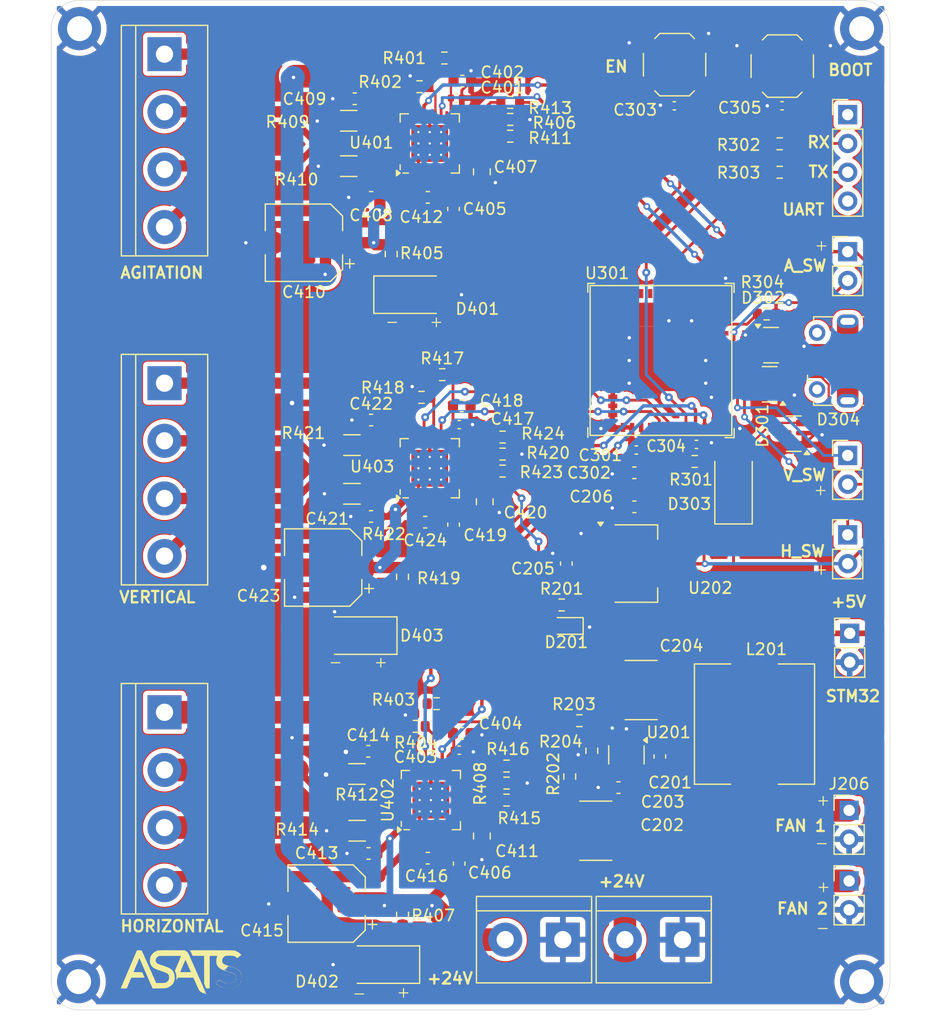
<source format=kicad_pcb>
(kicad_pcb (version 20241229) (generator "pcbnew") (generator_version "9.0")
  (title_block (title "Motor Controller PCB") (date "2025-05-07") (rev "v1") (company "University of California, Santa Cruz"))
  (layers (0 "F.Cu" signal) (2 "B.Cu" signal) (13 "F.Paste" user) (15 "B.Paste" user) (5 "F.SilkS" user "F.Silkscreen") (7 "B.SilkS" user "B.Silkscreen") (1 "F.Mask" user) (3 "B.Mask" user) (25 "Edge.Cuts" user))
  (net 0 "")
  (net 1 "+24V")
  (net 2 "GND")
  (net 3 "/Power Supply/BUCK_SW")
  (net 4 "+5V")
  (net 5 "/Power Supply/BUCK_EN")
  (net 6 "/Power Supply/BUCK_FB")
  (net 7 "/Microcontroller/EN")
  (net 8 "/Microcontroller/BOOT")
  (net 9 "/Stepper Drivers/A_VCP")
  (net 10 "/Stepper Drivers/H_VCP")
  (net 11 "/Stepper Drivers/A_VREG")
  (net 12 "/Stepper Drivers/H_VREG")
  (net 13 "/Stepper Drivers/A_CP1")
  (net 14 "/Stepper Drivers/A_CP2")
  (net 15 "/Stepper Drivers/H_CP2")
  (net 16 "/Stepper Drivers/H_CP1")
  (net 17 "/Stepper Drivers/V_VCP")
  (net 18 "/Stepper Drivers/V_VREG")
  (net 19 "/Stepper Drivers/V_CP1")
  (net 20 "/Stepper Drivers/V_CP2")
  (net 21 "/Power Supply/BUCK_BST")
  (net 22 "/Stepper Drivers/A_FLYBACK")
  (net 23 "/Stepper Drivers/H_FLYBACK")
  (net 24 "Net-(D201-A)")
  (net 25 "/Microcontroller/USB_D-")
  (net 26 "/Microcontroller/USB_D+")
  (net 27 "/Microcontroller/+VBUS")
  (net 29 "/Microcontroller/RXD")
  (net 30 "/Microcontroller/TXD")
  (net 40 "/Microcontroller/AGITATION_SWITCH")
  (net 41 "/Microcontroller/VERTICAL_SWITCH")
  (net 42 "/Microcontroller/HORIZONTAL_SWITCH")
  (net 43 "/Stepper Drivers/AGITATE_2A")
  (net 44 "/Stepper Drivers/AGITATE_2B")
  (net 45 "/Stepper Drivers/AGITATE_1B")
  (net 46 "/Stepper Drivers/AGITATE_1A")
  (net 47 "/Stepper Drivers/HORIZONTAL_1A")
  (net 48 "/Stepper Drivers/HORIZONTAL_2A")
  (net 49 "/Stepper Drivers/HORIZONTAL_1B")
  (net 50 "/Stepper Drivers/HORIZONTAL_2B")
  (net 51 "/Stepper Drivers/VERTICAL_1A")
  (net 52 "/Stepper Drivers/VERTICAL_2B")
  (net 53 "/Stepper Drivers/VERTICAL_2A")
  (net 54 "/Stepper Drivers/VERTICAL_1B")
  (net 55 "/Microcontroller/TXD0")
  (net 56 "/Microcontroller/RXD0")
  (net 57 "/Microcontroller/IO8")
  (net 58 "/Stepper Drivers/A_VREF")
  (net 59 "/Stepper Drivers/H_VREF")
  (net 60 "/Stepper Drivers/A_ROSC")
  (net 61 "/Stepper Drivers/H_ROSC")
  (net 62 "/Stepper Drivers/A_SENSE1")
  (net 63 "/Stepper Drivers/A_SENSE2")
  (net 64 "/Stepper Drivers/A_RESET")
  (net 65 "/Stepper Drivers/H_SENSE1")
  (net 66 "/Stepper Drivers/A_SLEEP")
  (net 67 "/Stepper Drivers/H_SENSE2")
  (net 68 "/Stepper Drivers/H_RESET")
  (net 69 "/Stepper Drivers/H_SLEEP")
  (net 70 "/Stepper Drivers/V_VREF")
  (net 71 "/Stepper Drivers/V_ROSC")
  (net 72 "/Stepper Drivers/V_SENSE1")
  (net 73 "/Stepper Drivers/V_SENSE2")
  (net 74 "/Stepper Drivers/V_RESET")
  (net 75 "/Stepper Drivers/V_SLEEP")
  (net 81 "AGITATION_STEP")
  (net 82 "HORIZONTAL_DIR")
  (net 83 "VERTICAL_STEP")
  (net 84 "HORIZONTAL_STEP")
  (net 88 "VERTICAL_DIR")
  (net 90 "AGITATION_DIR")
  (net 106 "+3.3V")
  (net 107 "/Stepper Drivers/V_FLYBACK")
  (net 108 "/Power Supply/DIGITAL_POWER_+24V")
  (footprint "Button_Switch_SMD:SW_Push_1P1T_XKB_TS-1187A" (layer "F.Cu") (at 169 73.675)
    (property "Reference" "SW301" (hide yes))
    (property "Value" "SW_Push")
  )
  (footprint "Package_TO_SOT_SMD:SOT-23" (layer "F.Cu") (at 179.5125 106.2 180)
    (property "Reference" "D304")
    (property "Value" "PSM712-LF-T7")
  )
  (footprint "Capacitor_SMD:C_0603_1608Metric" (layer "F.Cu") (at 147 114)
    (property "Reference" "C424")
    (property "Value" "100n")
  )
  (footprint "Capacitor_SMD:C_0603_1608Metric" (layer "F.Cu") (at 165.45 112.65 180)
    (property "Reference" "C206")
    (property "Value" "22u")
  )
  (footprint "Capacitor_SMD:CP_Elec_6.3x7.7" (layer "F.Cu") (at 136.3 89.37 180)
    (property "Reference" "C410")
    (property "Value" "100u")
  )
  (footprint "Capacitor_SMD:C_0402_1005Metric" (layer "F.Cu") (at 150 134.1 180)
    (property "Reference" "C403")
    (property "Value" "100n")
  )
  (footprint "TerminalBlock:TerminalBlock_bornier-4_P5.08mm" (layer "F.Cu") (at 124 72.75 -90)
    (property "Reference" "J401" (hide yes))
    (property "Value" "Conn_01x04")
  )
  (footprint "Diode_SMD:D_SMA" (layer "F.Cu") (at 174.2 110.65 90)
    (property "Reference" "D303")
    (property "Value" "SS14")
  )
  (footprint "Capacitor_SMD:C_0603_1608Metric" (layer "F.Cu") (at 159.45 117.65 90)
    (property "Reference" "C205")
    (property "Value" "22u")
  )
  (footprint "Resistor_SMD:R_0603_1608Metric" (layer "F.Cu") (at 146.5 75.62 180)
    (property "Reference" "R402")
    (property "Value" "4k7")
  )
  (footprint "Resistor_SMD:R_0603_1608Metric" (layer "F.Cu") (at 145 148.62 -90)
    (property "Reference" "R407")
    (property "Value" "10R")
  )
  (footprint "Capacitor_SMD:C_0603_1608Metric" (layer "F.Cu") (at 147.225 85.37)
    (property "Reference" "C412")
    (property "Value" "100n")
  )
  (footprint "Capacitor_SMD:CP_Elec_6.3x7.7" (layer "F.Cu") (at 138.3 147.62 180)
    (property "Reference" "C415")
    (property "Value" "100u")
  )
  (footprint "Resistor_SMD:R_0603_1608Metric" (layer "F.Cu") (at 146.175 132 180)
    (property "Reference" "R404")
    (property "Value" "4k7")
  )
  (footprint "Connector_PinHeader_2.54mm:PinHeader_1x04_P2.54mm_Vertical" (layer "F.Cu") (at 184.275 78.08)
    (property "Reference" "J301" (hide yes))
    (property "Value" "Conn_01x04")
  )
  (footprint "MountingHole:MountingHole_2.2mm_M2_DIN965_Pad" (layer "F.Cu") (at 116.5 70.5)
    (property "Reference" "H201" (hide yes))
    (property "Value" "MountingHole_Pad")
  )
  (footprint "MountingHole:MountingHole_2.2mm_M2_DIN965_Pad" (layer "F.Cu") (at 116.42 154.5)
    (property "Reference" "H204" (hide yes))
    (property "Value" "MountingHole_Pad")
  )
  (footprint "Capacitor_SMD:C_0402_1005Metric" (layer "F.Cu") (at 150 105.4 180)
    (property "Reference" "C417")
    (property "Value" "100n")
  )
  (footprint "MountingHole:MountingHole_2.2mm_M2_DIN965_Pad" (layer "F.Cu") (at 185.5 154.5)
    (property "Reference" "H203" (hide yes))
    (property "Value" "MountingHole_Pad")
  )
  (footprint "Package_TO_SOT_SMD:SOT-23" (layer "F.Cu") (at 177.3875 101.85 180)
    (property "Reference" "D301")
    (property "Value" "PSM712-LF-T7")
  )
  (footprint "Resistor_SMD:R_0603_1608Metric" (layer "F.Cu") (at 154.5 79.98 180)
    (property "Reference" "R411")
    (property "Value" "10k")
  )
  (footprint "TerminalBlock:TerminalBlock_bornier-4_P5.08mm" (layer "F.Cu") (at 124 101.75 -90)
    (property "Reference" "J403" (hide yes))
    (property "Value" "Conn_01x04")
  )
  (footprint "Connector_PinHeader_2.54mm:PinHeader_1x02_P2.54mm_Vertical" (layer "F.Cu") (at 184.275 108.12)
    (property "Reference" "J304" (hide yes))
    (property "Value" "Conn_01x02")
  )
  (footprint "Connector_PinHeader_2.54mm:PinHeader_1x02_P2.54mm_Vertical" (layer "F.Cu") (at 184.4 139.4)
    (property "Reference" "J206")
    (property "Value" "Conn_01x02")
  )
  (footprint "Capacitor_SMD:C_0402_1005Metric" (layer "F.Cu") (at 149.75 76.62 180)
    (property "Reference" "C401")
    (property "Value" "100n")
  )
  (footprint "Resistor_SMD:R_0603_1608Metric" (layer "F.Cu") (at 160.6 131.5)
    (property "Reference" "R203")
    (property "Value" "68k")
  )
  (footprint "Resistor_SMD:R_0603_1608Metric" (layer "F.Cu") (at 159.035 121.3)
    (property "Reference" "R201")
    (property "Value" "5k1")
  )
  (footprint "Resistor_SMD:R_0603_1608Metric" (layer "F.Cu") (at 146.675 103 180)
    (property "Reference" "R418")
    (property "Value" "4k7")
  )
  (footprint "Capacitor_SMD:C_2220_5750Metric" (layer "F.Cu") (at 166.05 128.8 180)
    (property "Reference" "C204")
    (property "Value" "22u")
  )
  (footprint "LED_SMD:LED_0603_1608Metric" (layer "F.Cu") (at 159.45 123.15 180)
    (property "Reference" "D201")
    (property "Value" "RED")
  )
  (footprint "Resistor_SMD:R_0603_1608Metric" (layer "F.Cu") (at 148 130 180)
    (property "Reference" "R403")
    (property "Value" "18k")
  )
  (footprint "Resistor_SMD:R_0603_1608Metric" (layer "F.Cu") (at 178.275 80.65)
    (property "Reference" "R302")
    (property "Value" "0R")
  )
  (footprint "Resistor_SMD:R_1206_3216Metric" (layer "F.Cu") (at 140.5375 111.5 180)
    (property "Reference" "R422")
    (property "Value" "75m")
  )
  (footprint "Connector_PinHeader_2.54mm:PinHeader_1x02_P2.54mm_Vertical" (layer "F.Cu") (at 184.275 115.12)
    (property "Reference" "J305" (hide yes))
    (property "Value" "Conn_01x02")
  )
  (footprint "Capacitor_SMD:C_0805_2012Metric" (layer "F.Cu") (at 152 141.67 -90)
    (property "Reference" "C411")
    (property "Value" "220n")
  )
  (footprint "Capacitor_SMD:C_0402_1005Metric" (layer "F.Cu") (at 170.93 107.15)
    (property "Reference" "C304")
    (property "Value" "1u")
  )
  (footprint "Connector_PinHeader_2.54mm:PinHeader_1x02_P2.54mm_Vertical" (layer "F.Cu") (at 184.275 90.16)
    (property "Reference" "J303" (hide yes))
    (property "Value" "Conn_01x02")
  )
  (footprint "Resistor_SMD:R_1206_3216Metric" (layer "F.Cu") (at 140.5375 107.21 180)
    (property "Reference" "R421")
    (property "Value" "75m")
  )
  (footprint "Capacitor_SMD:C_0402_1005Metric" (layer "F.Cu") (at 165.625 107.64)
    (property "Reference" "C301")
    (property "Value" "100n")
  )
  (footprint "Capacitor_SMD:C_2220_5750Metric" (layer "F.Cu") (at 162.05 141.2 180)
    (property "Reference" "C202")
    (property "Value" "22u")
  )
  (footprint "Diode_SMD:D_SMA" (layer "F.Cu") (at 141 124 180)
    (property "Reference" "D403")
    (property "Value" "SMAJ28A")
  )
  (footprint "Capacitor_SMD:C_0603_1608Metric" (layer "F.Cu") (at 142.225 113.5)
    (property "Reference" "C421")
    (property "Value" "100n")
  )
  (footprint "Capacitor_SMD:C_0805_2012Metric" (layer "F.Cu") (at 152 83.12 -90)
    (property "Reference" "C407")
    (property "Value" "220n")
  )
  (footprint "Resistor_SMD:R_1206_3216Metric" (layer "F.Cu") (at 140.25 78.62 180)
    (property "Reference" "R409")
    (property "Value" "75m")
  )
  (footprint "Resistor_SMD:R_0603_1608Metric" (layer "F.Cu") (at 159.75 136.425 90)
    (property "Reference" "R202")
    (property "Value" "100k")
  )
  (footprint "Resistor_SMD:R_0603_1608Metric" (layer "F.Cu") (at 148.69 73.09)
    (property "Reference" "R401")
    (property "Value" "10k")
  )
  (footprint "Connector_PinHeader_2.54mm:PinHeader_1x02_P2.54mm_Vertical" (layer "F.Cu") (at 184.4 145.625)
    (property "Reference" "J207" (hide yes))
    (property "Value" "Conn_01x02")
  )
  (footprint "Package_DFN_QFN:QFN-28-1EP_5x5mm_P0.5mm_EP3.25x3.25mm_ThermalVias" (layer "F.Cu") (at 147.4 80.62 90)
    (property "Reference" "U401")
    (property "Value" "A4988")
  )
  (footprint "Resistor_SMD:R_0603_1608Metric" (layer "F.Cu") (at 178.275 83.16)
    (property "Reference" "R303")
    (property "Value" "0R")
  )
  (footprint "Capacitor_SMD:C_0603_1608Metric" (layer "F.Cu") (at 150 144.1 -90)
    (property "Reference" "C406")
    (property "Value" "100n")
  )
  (footprint "A4988ftprnt:ASATSlogo2" (layer "F.Cu") (at 125.35 153.71)
    (property "Reference" "G***" (hide yes))
    (property "Value" "LOGO" (hide yes))
  )
  (footprint "TerminalBlock:TerminalBlock_bornier-2_P5.08mm" (layer "F.Cu") (at 159.14 150.8 180)
    (property "Reference" "J203" (hide yes))
    (property "Value" "Conn_01x02")
  )
  (footprint "Inductor_SMD:L_10.4x10.4_H4.8" (layer "F.Cu") (at 176.05 131.8 90)
    (property "Reference" "L201")
    (property "Value" "22u")
  )
  (footprint "Connector_USB:USB_Micro-B_Molex-105017-0001" (layer "F.Cu") (at 183.0375 99.8 90)
    (property "Reference" "J302" (hide yes))
    (property "Value" "USB_B_Micro")
  )
  (footprint "Capacitor_SMD:C_0603_1608Metric" (layer "F.Cu") (at 149.5 114.225 -90)
    (property "Reference" "C419")
    (property "Value" "100n")
  )
  (footprint "Diode_SMD:D_SMA" (layer "F.Cu") (at 143 153 180)
    (property "Reference" "D402")
    (property "Value" "SMAJ28A")
  )
  (footprint "Capacitor_SMD:C_0603_1608Metric" (layer "F.Cu") (at 140.78 76.68)
    (property "Reference" "C409")
    (property "Value" "100n")
  )
  (footprint "Resistor_SMD:R_0603_1608Metric" (layer "F.Cu") (at 153.825 106.5 180)
    (property "Reference" "R424")
    (property "Value" "100k")
  )
  (footprint "Capacitor_SMD:C_0603_1608Metric" (layer "F.Cu") (at 142.225 105)
    (property "Reference" "C422")
    (property "Value" "100n")
  )
  (footprint "Resistor_SMD:R_0603_1608Metric" (layer "F.Cu") (at 153.825 109.5 180)
    (property "Reference" "R423")
    (property "Value" "10k")
  )
  (footprint "Package_TO_SOT_SMD:SOT-223-3_TabPin2" (layer "F.Cu") (at 165.6 117.65)
    (property "Reference" "U202")
    (property "Value" "AMS1117")
  )
  (footprint "Package_TO_SOT_SMD:SOT-23-6" (layer "F.Cu") (at 164.75 134.5125 -90)
    (property "Reference" "U201")
    (property "Value" "TP6841S6")
  )
  (footprint "Capacitor_SMD:C_0402_1005Metric" (layer "F.Cu") (at 178.48 77.3)
    (property "Reference" "C305")
    (property "Value" "100n")
  )
  (footprint "Resistor_SMD:R_0603_1608Metric" (layer "F.Cu") (at 148.5 101)
    (property "Reference" "R417")
    (property "Value" "12k")
  )
  (footprint "Package_DFN_QFN:QFN-28-1EP_5x5mm_P0.5mm_EP3.25x3.25mm_ThermalVias" (layer "F.Cu") (at 147.4 109.25 90)
    (property "Reference" "U403")
    (property "Value" "A4988")
  )
  (footprint "TerminalBlock:TerminalBlock_bornier-4_P5.08mm" (layer "F.Cu") (at 124 130.76 -90)
    (property "Reference" "J402" (hide yes))
    (property "Value" "Conn_01x04")
  )
  (footprint "Package_DFN_QFN:QFN-28-1EP_5x5mm_P0.5mm_EP3.25x3.25mm_ThermalVias" (layer "F.Cu") (at 147.5 138.5 90)
    (property "Reference" "U402")
    (property "Value" "A4988")
  )
  (footprint "Capacitor_SMD:C_0603_1608Metric" (layer "F.Cu") (at 142.225 85.37)
    (property "Reference" "C408")
    (property "Value" "100n")
  )
  (footprint "Package_TO_SOT_SMD:SOT-23" (layer "F.Cu") (at 177.5125 98.4)
    (property "Reference" "D302")
    (property "Value" "PSM712-LF-T7")
  )
  (footprint "Capacitor_SMD:C_0603_1608Metric" (layer "F.Cu") (at 147.225 143.62)
    (property "Reference" "C416")
    (property "Value" "100n")
  )
  (footprint "Resistor_SMD:R_1206_3216Metric" (layer "F.Cu") (at 140.975 136.2 180)
    (property "Reference" "R412")
    (property "Value" "75m")
  )
  (footprint "Resistor_SMD:R_0603_1608Metric" (layer "F.Cu") (at 177.125 95.65 180)
    (property "Reference" "R304")
    (property "Value" "10k")
  )
  (footprint "Capacitor_SMD:C_0603_1608Metric" (layer "F.Cu") (at 167.7 134.65 90)
    (property "Reference" "C201")
    (property "Value" "100n")
  )
  (footprint "Espressif:ESP32-C6-MINI-1U" (layer "F.Cu") (at 165.75 99.75 90)
    (property "Reference" "U301")
    (property "Value" "ESP32-C6-MINI-1")
  )
  (footprint "Capacitor_SMD:C_0603_1608Metric" (layer "F.Cu") (at 165.45 109.65 180)
    (property "Reference" "C302")
    (property "Value" "22u")
  )
  (footprint "Capacitor_SMD:C_0402_1005Metric" (layer "F.Cu") (at 168.98 77.3)
    (property "Reference" "C303")
    (property "Value" "100n")
  )
  (footprint "Resistor_SMD:R_0603_1608Metric" (layer "F.Cu") (at 161.7 134.15 90)
    (property "Reference" "R204")
    (property "Value" "13k")
  )
  (footprint "MountingHole:MountingHole_2.2mm_M2_DIN965_Pad" (layer "F.Cu") (at 185.5 70.5)
    (property "Reference" "H202" (hide yes))
    (property "Value" "MountingHole_Pad")
  )
  (footprint "Resistor_SMD:R_0603_1608Metric" (layer "F.Cu") (at 170.775 108.65 180)
    (property "Reference" "R301")
    (property "Value" "10k")
  )
  (footprint "Resistor_SMD:R_0603_1608Metric" (layer "F.Cu") (at 154.175 135.5 180)
    (property "Reference" "R416")
    (property "Value" "100k")
  )
  (footprint "Resistor_SMD:R_1206_3216Metric" (layer "F.Cu") (at 140.25 82.62 180)
    (property "Reference" "R410")
    (property "Value" "75m")
  )
  (footprint "TerminalBlock:TerminalBlock_bornier-2_P5.08mm" (layer "F.Cu") (at 169.7 150.8 180)
    (property "Reference" "J201" (hide yes))
    (property "Value" "Conn_01x02")
  )
  (footprint "Button_Switch_SMD:SW_Push_1P1T_XKB_TS-1187A" (layer "F.Cu") (at 178.5 73.8)
    (property "Reference" "SW302" (hide yes))
    (property "Value" "SW_Push")
  )
  (footprint "Capacitor_SMD:C_0603_1608Metric" (layer "F.Cu") (at 150.225 132.62)
    (property "Reference" "C404")
    (property "Value" "22u")
  )
  (footprint "Resistor_SMD:R_0603_1608Metric" (layer "F.Cu") (at 154.5 77 180)
    (property "Reference" "R413")
    (property "Value" "100k")
  )
  (footprint "Resistor_SMD:R_0603_1608Metric" (layer "F.Cu") (at 145 118.825 -90)
    (property "Reference" "R419")
    (property "Value" "10R")
  )
  (footprint "Capacitor_SMD:C_0603_1608Metric" (layer "F.Cu") (at 141.975 134.2)
    (property "Reference" "C414")
    (property "Value" "100n")
  )
  (footprint "Resistor_SMD:R_0603_1608Metric" (layer "F.Cu") (at 153.825 108 180)
    (property "Reference" "R420")
    (property "Value" "24k")
  )
  (footprint "Capacitor_SMD:C_0603_1608Metric" (layer "F.Cu") (at 164.05 137.4)
    (property "Reference" "C203")
    (property "Value" "100n")
  )
  (footprint "Capacitor_SMD:C_0603_1608Metric" (layer "F.Cu") (at 150.275 75.12)
    (property "Reference" "C402")
    (property "Value" "22u")
  )
  (footprint "Resistor_SMD:R_0603_1608Metric" (layer "F.Cu") (at 154.175 137 180)
    (property "Reference" "R408")
    (property "Value" "24k")
  )
  (footprint "Diode_SMD:D_SMA" (layer "F.Cu") (at 145.975 93.95)
    (property "Reference" "D401")
    (property "Value" "SMAJ28A")
  )
  (footprint "Resistor_SMD:R_1206_3216Metric" (layer "F.Cu") (at 141 141.2 180)
    (property "Reference" "R414")
    (property "Value" "75m")
  )
  (footprint "Resistor_SMD:R_0603_1608Metric" (layer "F.Cu") (at 154.175 138.5 180)
    (property "Reference" "R415")
    (property "Value" "10k")
  )
  (footprint "Connector_PinHeader_2.54mm:PinHeader_1x02_P2.54mm_Vertical" (layer "F.Cu") (at 184.45 123.8)
    (property "Reference" "J202" (hide yes))
    (property "Value" "Conn_01x02")
  )
  (footprint "Capacitor_SMD:C_0603_1608Metric" (layer "F.Cu") (at 149.5 86.395 -90)
    (property "Reference" "C405")
    (property "Value" "100n")
  )
  (footprint "Capacitor_SMD:C_0603_1608Metric" (layer "F.Cu") (at 150.225 103.75)
    (property "Reference" "C418")
    (property "Value" "22u")
  )
  (footprint "Capacitor_SMD:CP_Elec_6.3x7.7" (layer "F.Cu") (at 138 118 180)
    (property "Reference" "C423")
    (property "Value" "100u")
  )
  (footprint "Capacitor_SMD:C_0603_1608Metric" (layer "F.Cu") (at 142 143.2)
    (property "Reference" "C413")
    (property "Value" "100n")
  )
  (footprint "Resistor_SMD:R_0603_1608Metric" (layer "F.Cu") (at 144 90.37 -90)
    (property "Reference" "R405")
    (property "Value" "10R")
  )
  (footprint "Resistor_SMD:R_0603_1608Metric" (layer "F.Cu") (at 154.5 78.5 180)
    (property "Reference" "R406")
    (property "Value" "24k")
  )
  (footprint "Capacitor_SMD:C_0805_2012Metric" (layer "F.Cu") (at 152.25 112.2 -90)
    (property "Reference" "C420")
    (property "Value" "220n")
  )
  (gr_arc (start 116.5 157) (mid 114.732233 156.267767) (end 114 154.5) (stroke (width 0.05)) (layer "Edge.Cuts"))
  (gr_arc (start 114 70.5) (mid 114.732233 68.732233) (end 116.5 68) (stroke (width 0.05)) (layer "Edge.Cuts"))
  (gr_line (start 188 154.5) (end 188 70.5) (stroke (width 0.05)) (layer "Edge.Cuts"))
  (gr_line (start 116.5 157) (end 185.5 157) (stroke (width 0.05)) (layer "Edge.Cuts"))
  (gr_line (start 185.5 68) (end 116.5 68) (stroke (width 0.05)) (layer "Edge.Cuts"))
  (gr_line (start 114 70.5) (end 114 154.5) (stroke (width 0.05)) (layer "Edge.Cuts"))
  (gr_arc (start 185.5 68) (mid 187.267767 68.732233) (end 188 70.5) (stroke (width 0.05)) (layer "Edge.Cuts"))
  (gr_arc (start 188 154.5) (mid 187.267767 156.267767) (end 185.5 157) (stroke (width 0.05)) (layer "Edge.Cuts"))
  (gr_text "VERTICAL" (at 119.9 121.2 0) (layer "F.SilkS") (effects (font (size 1 1) (thickness 0.2) (bold yes)) (justify left bottom)))
  (gr_text "+" (at 181.2 111.725 0) (layer "F.SilkS") (effects (font (size 1 1) (thickness 0.1)) (justify left bottom)))
  (gr_text "+" (at 181.425 139.075 0) (layer "F.SilkS") (effects (font (size 1 1) (thickness 0.1)) (justify left bottom)))
  (gr_text "V_SW" (at 178.475 110.425 0) (layer "F.SilkS") (effects (font (size 1 1) (thickness 0.2) (bold yes)) (justify left bottom)))
  (gr_text "STM32" (at 182.225 129.925 0) (layer "F.SilkS") (effects (font (size 1 1) (thickness 0.2) (bold yes)) (justify left bottom)))
  (gr_text "+" (at 144.4 156 0) (layer "F.SilkS") (effects (font (size 1 1) (thickness 0.1)) (justify left bottom)))
  (gr_text "BOOT" (at 182.45 74.725 0) (layer "F.SilkS") (effects (font (size 1 1) (thickness 0.2) (bold yes)) (justify left bottom)))
  (gr_text "-" (at 140.5 156.1 0) (layer "F.SilkS") (effects (font (size 1 1) (thickness 0.1)) (justify left bottom)))
  (gr_text "+5V" (at 182.7 121.6 0) (layer "F.SilkS") (effects (font (size 1 1) (thickness 0.2) (bold yes)) (justify left bottom)))
  (gr_text "+" (at 142.4 126.9 0) (layer "F.SilkS") (effects (font (size 1 1) (thickness 0.1)) (justify left bottom)))
  (gr_text "AGITATION" (at 120 92.6 0) (layer "F.SilkS") (effects (font (size 1 1) (thickness 0.2) (bold yes)) (justify left bottom)))
  (gr_text "+" (at 181.45 146.7 0) (layer "F.SilkS") (effects (font (size 1 1) (thickness 0.1)) (justify left bottom)))
  (gr_text "+" (at 181.275 90.16 0) (layer "F.SilkS") (effects (font (size 1 1) (thickness 0.1)) (justify left bottom)))
  (gr_text "RX" (at 180.6 81.1 0) (layer "F.SilkS") (effects (font (size 1 1) (thickness 0.2) (bold yes)) (justify left bottom)))
  (gr_text "TX" (at 180.7 83.7 0) (layer "F.SilkS") (effects (font (size 1 1) (thickness 0.2) (bold yes)) (justify left bottom)))
  (gr_text "EN" (at 162.75 74.425 0) (layer "F.SilkS") (effects (font (size 1 1) (thickness 0.2) (bold yes)) (justify left bottom)))
  (gr_text "-" (at 181.3 142.85 0) (layer "F.SilkS") (effects (font (size 1 1) (thickness 0.1)) (justify left bottom)))
  (gr_text "FAN 2" (at 177.925 148.65 0) (layer "F.SilkS") (effects (font (size 1 1) (thickness 0.2) (bold yes)) (justify left bottom)))
  (gr_text "+24V" (at 162.2 146.25 0) (layer "F.SilkS") (effects (font (size 1 1) (thickness 0.2) (bold yes)) (justify left bottom)))
  (gr_text "+" (at 181.25 118.725 0) (layer "F.SilkS") (effects (font (size 1 1) (thickness 0.1)) (justify left bottom)))
  (gr_text "+" (at 147.3 96.9 0) (layer "F.SilkS") (effects (font (size 1 1) (thickness 0.1)) (justify left bottom)))
  (gr_text "FAN 1" (at 177.75 141.35 0) (layer "F.SilkS") (effects (font (size 1 1) (thickness 0.2) (bold yes)) (justify left bottom)))
  (gr_text "UART" (at 178.4 87.03 0) (layer "F.SilkS") (effects (font (size 1 1) (thickness 0.2) (bold yes)) (justify left bottom)))
  (gr_text "-" (at 143.4 96.9 0) (layer "F.SilkS") (effects (font (size 1 1) (thickness 0.1)) (justify left bottom)))
  (gr_text "H_SW" (at 178.2 117.15 0) (layer "F.SilkS") (effects (font (size 1 1) (thickness 0.2) (bold yes)) (justify left bottom)))
  (gr_text "-" (at 138.4 126.9 0) (layer "F.SilkS") (effects (font (size 1 1) (thickness 0.1)) (justify left bottom)))
  (gr_text "HORIZONTAL" (at 120 150.2 0) (layer "F.SilkS") (effects (font (size 1 1) (thickness 0.2) (bold yes)) (justify left bottom)))
  (gr_text "-" (at 181.4 150.325 0) (layer "F.SilkS") (effects (font (size 1 1) (thickness 0.1)) (justify left bottom)))
  (gr_text "+24V" (at 147.05 154.8 0) (layer "F.SilkS") (effects (font (size 1 1) (thickness 0.2) (bold yes)) (justify left bottom)))
  (gr_text "A_SW" (at 178.525 91.975 0) (layer "F.SilkS") (effects (font (size 1 1) (thickness 0.2) (bold yes)) (justify left bottom)))
  (segment (start 145 147.795) (end 143.4 147.795) (width 2) (layer "F.Cu") (net 1))
  (segment (start 144 105) (end 145 106) (width 0.6) (layer "F.Cu") (net 1))
  (segment (start 143 85.37) (end 143 86.45) (width 1) (layer "F.Cu") (net 1))
  (segment (start 150.6 150.8) (end 147.595 147.795) (width 2) (layer "F.Cu") (net 1))
  (segment (start 143 105) (end 144 105) (width 0.6) (layer "F.Cu") (net 1))
  (segment (start 141.691 76.544) (end 141.691 75.868096) (width 1) (layer "F.Cu") (net 1))
  (segment (start 149.5 115) (end 149.5 115.101) (width 1) (layer "F.Cu") (net 1))
  (segment (start 141.691 75.868096) (end 140.512904 74.69) (width 1) (layer "F.Cu") (net 1))
  (segment (start 147.595 147.28) (end 149.899 144.976) (width 1) (layer "F.Cu") (net 1))
  (segment (start 143 105) (end 141.5 103.5) (width 0.6) (layer "F.Cu") (net 1))
  (segment (start 146.601 118) (end 145 118) (width 1) (layer "F.Cu") (net 1))
  (segment (start 145 112.25) (end 145 110.876) (width 0.6) (layer "F.Cu") (net 1))
  (segment (start 143.8875 141.8875) (end 145.1 140.675) (width 0.6) (layer "F.Cu") (net 1))
  (segment (start 144.24 78.36) (end 145 79.12) (width 0.3) (layer "F.Cu") (net 1))
  (segment (start 147.226 89.545) (end 149.5 87.271) (width 1) (layer "F.Cu") (net 1))
  (segment (start 145 106) (end 145 106.5) (width 0.6) (layer "F.Cu") (net 1))
  (segment (start 143 84.86) (end 145 82.86) (width 1) (layer "F.Cu") (net 1))
  (segment (start 139 89.37) (end 142.45 89.37) (width 1) (layer "F.Cu") (net 1))
  (segment (start 143 85.37) (end 143 84.86) (width 1) (layer "F.Cu") (net 1))
  (segment (start 138.08 120.62) (end 140.7 118) (width 1) (layer "F.Cu") (net 1))
  (segment (start 145.1 140.675) (end 145.1 140.126) (width 0.6) (layer "F.Cu") (net 1))
  (segment (start 138.2 92.13) (end 138.17 92.16) (width 2) (layer "F.Cu") (net 1))
  (segment (start 144 89.545) (end 147.226 89.545) (width 1) (layer "F.Cu") (net 1))
  (segment (start 140.512904 74.69) (end 135.49 74.69) (width 2) (layer "F.Cu") (net 1))
  (segment (start 135.49 74.69) (end 135.38 74.8) (width 1) (layer "F.Cu") (net 1))
  (segment (start 138.2 90.17) (end 138.2 92.13) (width 1) (layer "F.Cu") (net 1))
  (segment (start 142.56 76.68) (end 144.24 78.36) (width 1) (layer "F.Cu") (net 1))
  (segment (start 144 89.545) (end 142.625 89.545) (width 1) (layer "F.Cu") (net 1))
  (segment (start 143.75 113.5) (end 144.375 112.875) (width 0.6) (layer "F.Cu") (net 1))
  (segment (start 142.75 134.2) (end 145.1 136.55) (width 0.6) (layer "F.Cu") (net 1))
  (segment (start 145 107.75) (end 145 106.5) (width 0.25) (layer "F.Cu") (net 1))
  (segment (start 147.595 147.795) (end 145 147.795) (width 2) (layer "F.Cu") (net 1))
  (segment (start 135.48 120.62) (end 138.08 120.62) (width 1) (layer "F.Cu") (net 1))
  (segment (start 149.5 115.101) (end 146.601 118) (width 1) (layer "F.Cu") (net 1))
  (segment (start 141.5 103.5) (end 135.25 103.5) (width 0.6) (layer "F.Cu") (net 1))
  (segment (start 141.555 76.68) (end 142.56 76.68) (width 1) (layer "F.Cu") (net 1))
  (segment (start 139 89.37) (end 138.2 90.17) (width 1) (layer "F.Cu") (net 1))
  (segment (start 150.6 150.8) (end 154.06 150.8) (width 2) (layer "F.Cu") (net 1))
  (segment (start 143 86.45) (end 142.95 86.5) (width 1) (layer "F.Cu") (net 1))
  (segment (start 140.7 118) (end 143 118) (width 1) (layer "F.Cu") (net 1))
  (segment (start 141 147.62) (end 143.225 147.62) (width 2) (layer "F.Cu") (net 1))
  (segment (start 143 113.5) (end 143.75 113.5) (width 0.6) (layer "F.Cu") (net 1))
  (segment (start 145 82.12) (end 145 82.86) (width 0.3) (layer "F.Cu") (net 1))
  (segment (start 141.55 133) (end 135.25 133) (width 0.6) (layer "F.Cu") (net 1))
  (segment (start 143.225 147.62) (end 143.4 147.795) (width 2) (layer "F.Cu") (net 1))
  (segment (start 142.775 143.2) (end 143.8875 142.0875) (width 0.6) (layer "F.Cu") (net 1))
  (segment (start 145.1 136.55) (end 145.1 136.874) (width 0.6) (layer "F.Cu") (net 1))
  (segment (start 142.625 89.545) (end 142.45 89.37) (width 1) (layer "F.Cu") (net 1))
  (segment (start 145 118) (end 143 118) (width 1) (layer "F.Cu") (net 1))
  (segment (start 142.75 134.2) (end 141.55 133) (width 0.6) (layer "F.Cu") (net 1))
  (segment (start 144.375 112.875) (end 145 112.25) (width 0.6) (layer "F.Cu") (net 1))
  (via (at 143 118) (size 0.7) (drill 0.3) (layers "F.Cu" "B.Cu") (net 1))
  (via (at 135.48 120.62) (size 0.6) (drill 0.3) (layers "F.Cu" "B.Cu") (net 1))
  (via (at 147.595 147.795) (size 0.7) (drill 0.3) (layers "F.Cu" "B.Cu") (net 1))
  (via (at 143.4 147.795) (size 0.7) (drill 0.3) (layers "F.Cu" "B.Cu") (net 1))
  (via (at 143.8875 141.8875) (size 0.7) (drill 0.3) (layers "F.Cu" "B.Cu") (net 1))
  (via (at 135.25 133) (size 0.7) (drill 0.3) (layers "F.Cu" "B.Cu") (net 1))
  (via (at 135.38 74.8) (size 0.6) (drill 0.3) (layers "F.Cu" "B.Cu") (net 1))
  (via (at 135.25 103.5) (size 1) (drill 0.4) (layers "F.Cu" "B.Cu") (net 1))
  (via (at 142.95 86.5) (size 0.7) (drill 0.3) (layers "F.Cu" "B.Cu") (net 1))
  (via (at 144.375 112.875) (size 0.7) (drill 0.3) (layers "F.Cu" "B.Cu") (net 1))
  (via (at 138.17 92.16) (size 0.6) (drill 0.3) (layers "F.Cu" "B.Cu") (net 1))
  (via (at 142.45 89.37) (size 0.6) (drill 0.3) (layers "F.Cu" "B.Cu") (net 1))
  (segment (start 144.375 116.625) (end 143 118) (width 1) (layer "B.Cu") (net 1))
  (segment (start 135.25 142.65) (end 135.25 142.1) (width 2) (layer "B.Cu") (net 1))
  (segment (start 135.25 84.76) (end 135.25 74.98) (width 2) (layer "B.Cu") (net 1))
  (segment (start 143.8875 147.3075) (end 143.4 147.795) (width 0.6) (layer "B.Cu") (net 1))
  (segment (start 142.45 87) (end 142.45 89.37) (width 1) (layer "B.Cu") (net 1))
  (segment (start 135.25 103.5) (end 135.25 92.2) (width 2) (layer "B.Cu") (net 1))
  (segment (start 138.51 145.94) (end 140.365 147.795) (width 2) (layer "B.Cu") (net 1))
  (segment (start 135.25 140.5) (end 135.25 136.6) (width 2) (layer "B.Cu") (net 1))
  (segment (start 143.8875 147) (end 143.8875 147.3075) (width 0.6) (layer "B.Cu") (net 1))
  (segment (start 142.95 86.5) (end 142.45 87) (width 1) (layer "B.Cu") (net 1))
  (segment (start 135.25 128.9) (end 135.25 127.2) (width 2) (layer "B.Cu") (net 1))
  (segment (start 135.25 142.65) (end 138.51 145.91) (width 2) (layer "B.Cu") (net 1))
  (segment (start 147.595 147.795) (end 143.4 147.795) (width 2) (layer "B.Cu") (net 1))
  (segment (start 135.25 136.6) (end 135.25 135.25) (width 2) (layer "B.Cu") (net 1))
  (segment (start 135.25 92.2) (end 138.2 92.2) (width 2) (layer "B.Cu") (net 1))
  (segment (start 138.51 145.91) (end 138.51 145.94) (width 2) (layer "B.Cu") (net 1))
  (segment (start 135.25 123.4) (end 135.25 103.5) (width 2) (layer "B.Cu") (net 1))
  (segment (start 135.25 135.25) (end 135.25 135.1) (width 2) (layer "B.Cu") (net 1))
  (segment (start 135.25 127.2) (end 135.25 125.1) (width 2) (layer "B.Cu") (net 1))
  (segment (start 140.365 147.795) (end 143.4 147.795) (width 2) (layer "B.Cu") (net 1))
  (segment (start 135.25 135.1) (end 135.25 134.25) (width 2) (layer "B.Cu") (net 1))
  (segment (start 143.8875 141.8875) (end 143.8875 147) (width 0.6) (layer "B.Cu") (net 1))
  (segment (start 135.25 125.1) (end 135.25 123.4) (width 2) (layer "B.Cu") (net 1))
  (segment (start 135.25 134.25) (end 135.25 133) (width 2) (layer "B.Cu") (net 1))
  (segment (start 135.25 92.2) (end 135.25 84.76) (width 2) (layer "B.Cu") (net 1))
  (segment (start 135.25 142.1) (end 135.25 140.5) (width 2) (layer "B.Cu") (net 1))
  (segment (start 135.25 74.93) (end 135.38 74.8) (width 2) (layer "B.Cu") (net 1))
  (segment (start 135.25 74.98) (end 135.25 74.93) (width 2) (layer "B.Cu") (net 1))
  (segment (start 135.25 133) (end 135.25 128.9) (width 2) (layer "B.Cu") (net 1))
  (segment (start 144.375 112.875) (end 144.375 116.625) (width 1) (layer "B.Cu") (net 1))
  (segment (start 141 153) (end 138.875 153) (width 2) (layer "F.Cu") (net 2))
  (segment (start 145.35 131.1) (end 145.25 131) (width 0.3) (layer "F.Cu") (net 2))
  (segment (start 147 139) (end 147.5 138.5) (width 0.25) (layer "F.Cu") (net 2))
  (segment (start 163.275 137.4) (end 162.27 137.4) (width 1) (layer "F.Cu") (net 2))
  (segment (start 173.4 105.7) (end 174.7 105.7) (width 0.3) (layer "F.Cu") (net 2))
  (segment (start 170.425 97.775) (end 170.425 96.325) (width 0.3) (layer "F.Cu") (net 2))
  (segment (start 164.75 133.375) (end 164.75 132.22) (width 0.6) (layer "F.Cu") (net 2))
  (segment (start 151.87 132.62) (end 152 132.75) (width 0.3) (layer "F.Cu") (net 2))
  (segment (start 175.3 97.45) (end 175.25 97.5) (width 0.3) (layer "F.Cu") (net 2))
  (segment (start 151.05 75.12) (end 151.05 74.22) (width 0.25) (layer "F.Cu") (net 2))
  (segment (start 173.35 105.65) (end 173.4 105.7) (width 0.3) (layer "F.Cu") (net 2))
  (segment (start 133.23 147.62) (end 133.2 147.65) (width 2) (layer "F.Cu") (net 2))
  (segment (start 135.6 147.62) (end 133.23 147.62) (width 2) (layer "F.Cu") (net 2))
  (segment (start 164.6 97.35) (end 165 97.75) (width 0.3) (layer "F.Cu") (net 2))
  (segment (start 166.475 97.775) (end 165.025 97.775) (width 0.3) (layer "F.Cu") (net 2))
  (segment (start 141.2 134.2) (end 140.05 134.2) (width 0.6) (layer "F.Cu") (net 2))
  (segment (start 146.9 81.12) (end 147.4 80.62) (width 0.25) (layer "F.Cu") (net 2))
  (segment (start 145.85 103) (end 145.85 102.05) (width 0.4) (layer "F.Cu") (net 2))
  (segment (start 180.45 107.15) (end 181.3 106.3) (width 0.25) (layer "F.Cu") (net 2))
  (segment (start 137.58 82.62) (end 137.575 82.625) (width 1) (layer "F.Cu") (net 2))
  (segment (start 155 137) (end 156 137) (width 0.3) (layer "F.Cu") (net 2))
  (segment (start 146.4 81.62) (end 147.4 80.62) (width 0.25) (layer "F.Cu") (net 2))
  (segment (start 139.075 111.5) (end 138.11 111.5) (width 0.4) (layer "F.Cu") (net 2))
  (segment (start 174.575 71.925) (end 174.5 72) (width 0.3) (layer "F.Cu") (net 2))
  (segment (start 168.45 97.775) (end 168.45 96.3) (width 0.3) (layer "F.Cu") (net 2))
  (segment (start 165.025 97.775) (end 165 97.75) (width 0.3) (layer "F.Cu") (net 2))
  (segment (start 137.505 78.62) (end 137.475 78.65) (width 1) (layer "F.Cu") (net 2))
  (segment (start 138.3 136.2) (end 138.25 136.25) (width 0.6) (layer "F.Cu") (net 2))
  (segment (start 146.9 83.02) (end 146.9 81.12) (width 0.25) (layer "F.Cu") (net 2))
  (segment (start 175.5 71.925) (end 174.575 71.925) (width 0.3) (layer "F.Cu") (net 2))
  (segment (start 147.5 136.1) (end 147.5 138.5) (width 0.3) (layer "F.Cu") (net 2))
  (segment (start 146.4 111.65) (end 146.4 110.25) (width 0.25) (layer "F.Cu") (net 2))
  (segment (start 146.4 83.02) (end 146.4 81.62) (width 0.25) (layer "F.Cu") (net 2))
  (segment (start 141.45 113.5) (end 140.43 113.5) (width 0.4) (layer "F.Cu") (net 2))
  (segment (start 164.6 101.35) (end 165 101.75) (width 0.3) (layer "F.Cu") (net 2))
  (segment (start 152 84.07) (end 153.19 84.07) (width 0.25) (layer "F.Cu") (net 2))
  (segment (start 163.5 128.8) (end 163.5 132.15) (width 0.6) (layer "F.Cu") (net 2))
  (segment (start 158.375 116.875) (end 158.25 116.75) (width 0.3) (layer "F.Cu") (net 2))
  (segment (start 161.1 115.35) (end 160.75 115) (width 0.3) (layer "F.Cu") (net 2))
  (segment (start 164.675 109.65) (end 163.6 109.65) (width 0.3) (layer "F.Cu") (net 2))
  (segment (start 165.145 105.755) (end 165.25 105.65) (width 0.3) (layer "F.Cu") (net 2))
  (segment (start 172.45 105.65) (end 173.35 105.65) (width 0.3) (layer "F.Cu") (net 2))
  (segment (start 147.4 78.22) (end 147.4 80.62) (width 0.25) (layer "F.Cu") (net 2))
  (segment (start 160.2375 123.15) (end 161.4 123.15) (width 0.3) (layer "F.Cu") (net 2))
  (segment (start 147.975 93.95) (end 150.2 93.95) (width 2) (layer "F.Cu") (net 2))
  (segment (start 146.5 140.9) (end 146.5 139.5) (width 0.25) (layer "F.Cu") (net 2))
  (segment (start 150.48 105.4) (end 151.17 105.4) (width 0.4) (layer "F.Cu") (net 2))
  (segment (start 166.475 99.75) (end 165 99.75) (width 0.3) (layer "F.Cu") (net 2))
  (segment (start 135.3 118) (end 132.75 118) (width 2) (layer "F.Cu") (net 2))
  (segment (start 172 71.8) (end 172 70.925) (width 0.3) (layer "F.Cu") (net 2))
  (segment (start 163.5 105.7) (end 162.55 105.7) (width 0.3) (layer "F.Cu") (net 2))
  (segment (start 139.075 107.21) (end 138.07 107.21) (width 0.4) (layer "F.Cu") (net 2))
  (segment (start 140.005 76.68) (end 138.855 76.68) (width 1) (layer "F.Cu") (net 2))
  (segment (start 145.35 132) (end 145.35 131.1) (width 0.3) (layer "F.Cu") (net 2))
  (segment (start 150.23 76.62) (end 150.23 75.94) (width 0.25) (layer "F.Cu") (net 2))
  (segment (start 155.325 78.5) (end 156.22 78.5) (width 0.25) (layer "F.Cu") (net 2))
  (segment (start 165.05 71.8) (end 165 71.75) (width 0.3) (layer "F.Cu") (net 2))
  (segment (start 168.45 96.3) (end 168.5 96.25) (width 0.3) (layer "F.Cu") (net 2))
  (segment (start 150.23 75.94) (end 151.05 75.12) (width 0.25) (layer "F.Cu") (net 2))
  (segment (start 139 124) (end 139 121.9) (width 1) (layer "F.Cu") (net 2))
  (segment (start 182.675 71.925) (end 182.75 72) (width 0.3) (layer "F.Cu") (net 2))
  (segment (start 151 103.75) (end 151 105.23) (width 0.4) (layer "F.Cu") (net 2))
  (segment (start 140.05 134.2) (end 140 134.25) (width 0.6) (layer "F.Cu") (net 2))
  (segment (start 156.22 78.5) (end 156.24 78.52) (width 0.25) (layer "F.Cu") (net 2))
  (segment (start 166.475 101.725) (end 165.025 101.725) (width 0.3) (layer "F.Cu") (net 2))
  (segment (start 173.35 102.95) (end 172.3 102.95) (width 0.3) (layer "F.Cu") (net 2))
  (segment (start 139.5125 136.2) (end 138.3 136.2) (width 0.6) (layer "F.Cu") (net 2))
  (segment (start 151.1 134.1) (end 151.25 134.25) (width 0.3) (layer "F.Cu") (net 2))
  (segment (start 150.48 134.1) (end 151.1 134.1) (width 0.3) (layer "F.Cu") (net 2))
  (segment (start 161.7 134.975) (end 160.975 134.975) (width 0.6) (layer "F.Cu") (net 2))
  (segment (start 146.5 139.5) (end 147.5 138.5) (width 0.25) (layer "F.Cu") (net 2))
  (segment (start 174.7 105.7) (end 174.75 105.75) (width 0.3) (layer "F.Cu") (net 2))
  (segment (start 165.025 101.725) (end 165 101.75) (width 0.3) (layer "F.Cu") (net 2))
  (segment (start 146.9 111.65) (end 146.9 109.75) (width 0.25) (layer "F.Cu") (net 2))
  (segment (start 163.55 97.35) (end 164.6 97.35) (width 0.3) (layer "F.Cu") (net 2))
  (segment (start 168.5 77.3) (end 167.8 77.3) (width 0.3) (layer "F.Cu") (net 2))
  (segment (start 163.55 105.65) (end 163.5 105.7) (width 0.3) (layer "F.Cu") (net 2))
  (segment (start 170.425 96.325) (end 170.5 96.25) (width 0.3) (layer "F.Cu") (net 2))
  (segment (start 151 105.23) (end 151.17 105.4) (width 0.4) (layer "F.Cu") (net 2))
  (segment (start 147.4 106.85) (end 147.4 109.25) (width 0.3) (layer "F.Cu") (net 2))
  (segment (start 131.18 89.37) (end 131.175 89.375) (width 1) (layer "F.Cu") (net 2))
  (segment (start 167.8 77.3) (end 167.75 77.25) (width 0.3) (layer "F.Cu") (net 2))
  (segment (start 163.6 109.65) (end 163.5 109.75) (width 0.3) (layer "F.Cu") (net 2))
  (segment (start 151 132.62) (end 151.87 132.62) (width 0.3) (layer "F.Cu") (net 2))
  (segment (start 151.05 74.22) (end 151.04 74.21) (width 0.25) (layer "F.Cu") (net 2))
  (segment (start 181.5 71.925) (end 182.675 71.925) (width 0.3) (layer "F.Cu") (net 2))
  (segment (start 172.3 102.95) (end 172.25 103) (width 0.3) (layer "F.Cu") (net 2))
  (segment (start 147 140.9) (end 147 139) (width 0.25) (layer "F.Cu") (net 2))
  (segment (start 181.3 106.3) (end 182.01 106.3) (width 0.25) (layer "F.Cu") (net 2))
  (segment (start 141.45 105) (end 140.53 105) (width 0.4) (layer "F.Cu") (net 2))
  (segment (start 159.45 116.875) (end 158.375 116.875) (width 0.3) (layer "F.Cu") (net 2))
  (segment (start 163.6 112.65) (end 163.5 112.75) (width 0.3) (layer "F.Cu") (net 2))
  (segment (start 166 71.8) (end 165.05 71.8) (width 0.3) (layer "F.Cu") (net 2))
  (segment (start 170.425 99.75) (end 171.75 99.75) (width 0.3) (layer "F.Cu") (net 2))
  (segment (start 181.575 98.5) (end 180.42 98.5) (width 0.25) (layer "F.Cu") (net 2))
  (segment (start 138.7875 82.62) (end 137.58 82.62) (width 1) (layer "F.Cu") (net 2))
  (segment (start 165.145 107.64) (end 165.145 105.755) (width 0.3) (layer "F.Cu") (net 2))
  (segment (start 145.675 74.665) (end 145.67 74.66) (width 0.25) (layer "F.Cu") (net 2))
  (segment (start 161.4 123.15) (end 161.5 123.25) (width 0.3) (layer "F.Cu") (net 2))
  (segment (start 145.675 75.62) (end 145.675 74.665) (width 0.25) (layer "F.Cu") (net 2))
  (segment (start 152.25 113.15) (end 153.53 113.15) (width 0.4) (layer "F.Cu") (net 2))
  (segment (start 162.45 115.35) (end 161.1 115.35) (width 0.3) (layer "F.Cu") (net 2))
  (segment (start 138.7875 78.62) (end 137.505 78.62) (width 1) (layer "F.Cu") (net 2))
  (segment (start 163.5 93.8) (end 163.5 105.7) (width 0.3) (layer "F.Cu") (net 2))
  (segment (start 178.325 102.8) (end 179.57 102.8) (width 0.25) (layer "F.Cu") (net 2))
  (segment (start 163.55 99.75) (end 165 99.75) (width 0.3) (layer "F.Cu") (net 2))
  (segment (start 171.725 101.725) (end 171.75 101.75) (width 0.3) (layer "F.Cu") (net 2))
  (segment (start 178 77.3) (end 177.175 77.3) (width 0.3) (layer "F.Cu") (net 2))
  (segment (start 170.425 101.725) (end 171.725 101.725) (width 0.3) (layer "F.Cu") (net 2))
  (segment (start 154.65 108) (end 155.53 108) (width 0.4) (layer "F.Cu") (net 2))
  (segment (start 164.675 109.65) (end 164.675 108.11) (width 0.3) (layer "F.Cu") (net 2))
  (segment (start 173.4 92.6) (end 173.5 92.5) (width 0.3) (layer "F.Cu") (net 2))
  (segment (start 171.41 107.15) (end 172.1 107.15) (width 0.3) (layer "F.Cu") (net 2))
  (segment (start 164.675 108.11) (end 165.145 107.64) (width 0.3) (layer "F.Cu") (net 2))
  (segment (start 146.9 109.75) (end 147.4 109.25) (width 0.25) (layer "F.Cu") (net 2))
  (segment (start 133.6 89.37) (end 131.18 89.37) (width 2) (layer "F.Cu") (net 2))
  (segment (start 140.255 85.37) (end 140.25 85.375) (width 1) (layer "F.Cu") (net 2))
  (segment (start 173.4 93.8) (end 173.4 92.6) (width 0.3) (layer "F.Cu") (net 2))
  (segment (start 141.225 143.2) (end 140.1 143.2) (width 1) (layer "F.Cu") (net 2))
  (segment (start 146.4 110.25) (end 147.4 109.25) (width 0.25) (layer "F.Cu") (net 2))
  (segment (start 172.1 107.15) (end 172.25 107) (width 0.3) (layer "F.Cu") (net 2))
  (segment (start 165.25 105.65) (end 163.55 105.65) (width 0.3) (layer "F.Cu") (net 2))
  (segment (start 163.55 101.35) (end 164.6 101.35) (width 0.3) (layer "F.Cu") (net 2))
  (segment (start 160.975 134.975) (end 160.5 134.5) (width 0.6) (layer "F.Cu") (net 2))
  (segment (start 176.575 97.45) (end 175.3 97.45) (width 0.3) (layer "F.Cu") (net 2))
  (segment (start 152 142.62) (end 152 143.75) (width 0.3) (layer "F.Cu") (net 2))
  (segment (start 138.855 76.68) (end 138.85 76.675) (width 1) (layer "F.Cu") (net 2))
  (segment (start 139.5375 141.2) (end 138.3 141.2) (width 1) (layer "F.Cu") (net 2))
  (segment (start 141.45 85.37) (end 140.255 85.37) (width 1) (layer "F.Cu") (net 2))
  (segment (start 162.55 105.7) (end 162.5 105.75) (width 0.3) (layer "F.Cu") (net 2))
  (segment (start 164.675 112.65) (end 163.6 112.65) (width 0.3) (layer "F.Cu") (net 2))
  (segment (start 162.27 137.4) (end 162.26 137.39) (width 1) (layer "F.Cu") (net 2))
  (via (at 140.25 85.375) (size 0.7) (drill 0.3) (layers "F.Cu" "B.Cu") (net 2))
  (via (at 177.175 77.3) (size 0.7) (drill 0.3) (layers "F.Cu" "B.Cu") (net 2))
  (via (at 162.26 137.39) (size 0.6) (drill 0.3) (layers "F.Cu" "B.Cu") (net 2))
  (via (at 138.07 107.21) (size 0.6) (drill 0.3) (layers "F.Cu" "B.Cu") (net 2))
  (via (at 158.25 116.75) (size 0.7) (drill 0.3) (layers "F.Cu" "B.Cu") (net 2))
  (via (at 145.25 131) (size 0.7) (drill 0.3) (layers "F.Cu" "B.Cu") (net 2))
  (via (at 138.875 153) (size 0.7) (drill 0.3) (layers "F.Cu" "B.Cu") (net 2))
  (via (at 173.5 92.5) (size 0.7) (drill 0.3) (layers "F.Cu" "B.Cu") (net 2))
  (via (at 174.75 105.75) (size 0.7) (drill 0.3) (layers "F.Cu" "B.Cu") (net 2))
  (via (at 171.75 101.75) (size 0.7) (drill 0.3) (layers "F.Cu" "B.Cu") (net 2))
  (via (at 152 143.75) (size 0.7) (drill 0.3) (layers "F.Cu" "B.Cu") (net 2))
  (via (at 131.175 89.375) (size 0.7) (drill 0.3) (layers "F.Cu" "B.Cu") (net 2))
  (via (at 138.25 136.25) (size 1) (drill 0.4) (layers "F.Cu" "B.Cu") (net 2))
  (via (at 155.53 108) (size 0.6) (drill 0.3) (layers "F.Cu" "B.Cu") (net 2))
  (via (at 151.17 105.4) (size 0.6) (drill 0.3) (layers "F.Cu" "B.Cu") (net 2))
  (via (at 156.24 78.52) (size 0.6) (drill 0.3) (layers "F.Cu" "B.Cu") (net 2))
  (via (at 160.5 134.5) (size 0.7) (drill 0.3) (layers "F.Cu" "B.Cu") (net 2))
  (via (at 160.75 115) (size 0.7) (drill 0.3) (layers "F.Cu" "B.Cu") (net 2))
  (via (at 153.53 113.15) (size 0.6) (drill 0.3) (layers "F.Cu" "B.Cu") (net 2))
  (via (at 170.5 96.25) (size 0.7) (drill 0.3) (layers "F.Cu" "B.Cu") (net 2))
  (via (at 171.75 99.75) (size 0.7) (drill 0.3) (layers "F.Cu" "B.Cu") (net 2))
  (via (at 137.575 82.625) (size 0.7) (drill 0.3) (layers "F.Cu" "B.Cu") (net 2))
  (via (at 140 134.25) (size 1) (drill 0.4) (layers "F.Cu" "B.Cu") (net 2))
  (via (at 165 99.75) (size 0.7) (drill 0.3) (layers "F.Cu" "B.Cu") (net 2))
  (via (at 172.25 107) (size 0.7) (drill 0.3) (layers "F.Cu" "B.Cu") (net 2))
  (via (at 182.01 106.3) (size 0.6) (drill 0.3) (layers "F.Cu" "B.Cu") (net 2))
  (via (at 162.5 105.75) (size 0.7) (drill 0.3) (layers "F.Cu" "B.Cu") (net 2))
  (via (at 163.5 132.15) (size 0.6) (drill 0.3) (layers "F.Cu" "B.Cu") (net 2))
  (via (at 140.53 105) (size 0.6) (drill 0.3) (layers "F.Cu" "B.Cu") (net 2))
  (via (at 172.25 103) (size 0.7) (drill 0.3) (layers "F.Cu" "B.Cu") (net 2))
  (via (at 145.67 74.66) (size 0.6) (drill 0.3) (layers "F.Cu" "B.Cu") (net 2))
  (via (at 165 101.75) (size 0.7) (drill 0.3) (layers "F.Cu" "B.Cu") (net 2))
  (via (at 172 70.925) (size 0.7) (drill 0.3) (layers "F.Cu" "B.Cu") (net 2))
  (via (at 180.42 98.5) (size 0.6) (drill 0.3) (layers "F.Cu" "B.Cu") (net 2))
  (via (at 182.75 72) (size 0.7) (drill 0.3) (layers "F.Cu" "B.Cu") (net 2))
  (via (at 138.11 111.5) (size 0.6) (drill 0.3) (layers "F.Cu" "B.Cu") (net 2))
  (via (at 163.5 109.75) (size 0.7) (drill 0.3) (layers "F.Cu" "B.Cu") (net 2))
  (via (at 132.75 118) (size 1) (drill 0.5) (layers "F.Cu" "B.Cu") (net 2))
  (via (at 174.5 72) (size 0.7) (drill 0.3) (layers "F.Cu" "B.Cu") (net 2))
  (via (at 152 132.75) (size 0.7) (drill 0.3) (layers "F.Cu" "B.Cu") (net 2))
  (via (at 140.1 143.2) (size 0.7) (drill 0.3) (layers "F.Cu" "B.Cu") (net 2))
  (via (at 156 137) (size 0.7) (drill 0.3) (layers "F.Cu" "B.Cu") (net 2))
  (via (at 150.2 93.95) (size 0.7) (drill 0.3) (layers "F.Cu" "B.Cu") (net 2))
  (via (at 165 97.75) (size 0.7) (drill 0.3) (layers "F.Cu" "B.Cu") (net 2))
  (via (at 164.75 132.22) (size 0.6) (drill 0.3) (layers "F.Cu" "B.Cu") (net 2))
  (via (at 163.5 112.75) (size 0.7) (drill 0.3) (layers "F.Cu" "B.Cu") (net 2))
  (via (at 139 121.9) (size 0.7) (drill 0.3) (layers "F.Cu" "B.Cu") (net 2))
  (via (at 133.2 147.65) (size 0.7) (drill 0.3) (layers "F.Cu" "B.Cu") (net 2))
  (via (at 137.475 78.65) (size 0.7) (drill 0.3) (layers "F.Cu" "B.Cu") (net 2))
  (via (at 175.25 97.5) (size 0.7) (drill 0.3) (layers "F.Cu" "B.Cu") (net 2))
  (via (at 151.25 134.25) (size 0.7) (drill 0.3) (layers "F.Cu" "B.Cu") (net 2))
  (via (at 153.19 84.07) (size 0.6) (drill 0.3) (layers "F.Cu" "B.Cu") (net 2))
  (via (at 138.3 141.2) (size 0.7) (drill 0.3) (layers "F.Cu" "B.Cu") (net 2))
  (via (at 168.5 96.25) (size 0.7) (drill 0.3) (layers "F.Cu" "B.Cu") (net 2))
  (via (at 145.85 102.05) (size 0.6) (drill 0.3) (layers "F.Cu" "B.Cu") (net 2))
  (via (at 167.75 77.25) (size 0.7) (drill 0.3) (layers "F.Cu" "B.Cu") (net 2))
  (via (at 165 71.75) (size 0.7) (drill 0.3) (layers "F.Cu" "B.Cu") (net 2))
  (via (at 161.5 123.25) (size 0.7) (drill 0.3) (layers "F.Cu" "B.Cu") (net 2))
  (via (at 140.43 113.5) (size 0.6) (drill 0.3) (layers "F.Cu" "B.Cu") (net 2))
  (via (at 151.04 74.21) (size 0.6) (drill 0.3) (layers "F.Cu" "B.Cu") (net 2))
  (via (at 179.57 102.8) (size 0.6) (drill 0.3) (layers "F.Cu" "B.Cu") (net 2))
  (via (at 138.85 76.675) (size 0.7) (drill 0.3) (layers "F.Cu" "B.Cu") (net 2))
  (segment (start 168.45 135.95) (end 176.05 135.95) (width 0.5) (layer "F.Cu") (net 3))
  (segment (start 167.925 135.425) (end 168.45 135.95) (width 0.5) (layer "F.Cu") (net 3))
  (segment (start 167.475 135.65) (end 167.7 135.425) (width 0.5) (layer "F.Cu") (net 3))
  (segment (start 165.7 135.65) (end 167.475 135.65) (width 0.5) (layer "F.Cu") (net 3))
  (segment (start 167.7 135.425) (end 167.925 135.425) (width 0.5) (layer "F.Cu") (net 3))
  (segment (start 154.185 81.12) (end 155.325 79.98) (width 0.25) (layer "F.Cu") (net 4))
  (segment (start 157 79.98) (end 155.325 79.98) (width 0.25) (layer "F.Cu") (net 4))
  (segment (start 154.65 106.5) (end 155.05 106.5) (width 0.25) (layer "F.Cu") (net 4))
  (segment (start 154.65 109.5) (end 154.65 111.05) (width 0.25) (layer "F.Cu") (net 4))
  (segment (start 149.515 73.09) (end 155.28 73.09) (width 0.2) (layer "F.Cu") (net 4))
  (segment (start 156.05 132.95) (end 157.5 131.5) (width 0.25) (layer "F.Cu") (net 4))
  (segment (start 149.27 76.62) (end 149.27 75.35) (width 0.2) (layer "F.Cu") (net 4))
  (segment (start 157.625 118.425) (end 159.45 118.425) (width 0.25) (layer "F.Cu") (net 4))
  (segment (start 149.27 73.335) (end 149.515 73.09) (width 0.2) (layer "F.Cu") (net 4))
  (segment (start 149.8 81.62) (end 149.8 80.62) (width 0.25) (layer "F.Cu") (net 4))
  (segment (start 149.45 101.125) (end 149.325 101) (width 0.25) (layer "F.Cu") (net 4))
  (segment (start 153.849 105.699) (end 154.65 106.5) (width 0.25) (layer "F.Cu") (net 4))
  (segment (start 149.52 103.82) (end 149.45 103.75) (width 0.25) (layer "F.Cu") (net 4))
  (segment (start 149 134.62) (end 149.52 134.1) (width 0.25) (layer "F.Cu") (net 4))
  (segment (start 149.5 75.12) (end 149.5 73.105) (width 0.2) (layer "F.Cu") (net 4))
  (segment (start 149.45 105.33) (end 149.52 105.4) (width 0.25) (layer "F.Cu") (net 4))
  (segment (start 155 135.5) (end 155.9 135.5) (width 0.25) (layer "F.Cu") (net 4))
  (segment (start 155 135.5) (end 155 134) (width 0.25) (layer "F.Cu") (net 4))
  (segment (start 155 134) (end 156.05 132.95) (width 0.25) (layer "F.Cu") (net 4))
  (segment (start 152.501 105.699) (end 153.849 105.699) (width 0.25) (layer "F.Cu") (net 4))
  (segment (start 149.27 75.35) (end 149.5 75.12) (width 0.2) (layer "F.Cu") (net 4))
  (segment (start 149.45 131.6) (end 154.7 131.6) (width 0.25) (layer "F.Cu") (net 4))
  (segment (start 156.5 107.95) (end 156.5 108.9) (width 0.25) (layer "F.Cu") (net 4))
  (segment (start 149.8 81.12) (end 154.185 81.12) (width 0.25) (layer "F.Cu") (net 4))
  (segment (start 149.52 105.4) (end 149.52 105.62) (width 0.25) (layer "F.Cu") (net 4))
  (segment (start 149.52 105.62) (end 150.5 106.6) (width 0.25) (layer "F.Cu") (net 4))
  (segment (start 149.45 131.6) (end 149.45 130.625) (width 0.25) (layer "F.Cu") (net 4))
  (segment (start 149.45 132.62) (end 149.45 131.6) (width 0.25) (layer "F.Cu") (net 4))
  (segment (start 157 117.8) (end 157.625 118.425) (width 0.25) (layer "F.Cu") (net 4))
  (segment (start 155.325 73.145) (end 155.325 77) (width 0.2) (layer "F.Cu") (net 4))
  (segment (start 157.5 131.5) (end 159.775 131.5) (width 0.25) (layer "F.Cu") (net 4))
  (segment (start 148.9 106.85) (end 148.9 106.02) (width 0.25) (layer "F.Cu") (net 4))
  (segment (start 156.22 77) (end 157 77.78) (width 0.25) (layer "F.Cu") (net 4))
  (segment (start 154.7 131.6) (end 156.05 132.95) (width 0.25) (layer "F.Cu") (net 4))
  (segment (start 154.65 109.5) (end 155.9 109.5) (width 0.25) (layer "F.Cu") (net 4))
  (segment (start 149.45 130.625) (end 148.825 130) (width 0.25) (layer "F.Cu") (net 4))
  (segment (start 149.27 77.85) (end 149.27 76.62) (width 0.25) (layer "F.Cu") (net 4))
  (segment (start 155.325 95) (end 149.325 101) (width 0.25) (layer "F.Cu") (net 4))
  (segment (start 155.325 77) (end 156.22 77) (width 0.25) (layer "F.Cu") (net 4))
  (segment (start 155.9 109.5) (end 156.5 108.9) (width 0.25) (layer "F.Cu") (net 4))
  (segment (start 149.45 103.75) (end 149.45 101.125) (width 0.25) (layer "F.Cu") (net 4))
  (segment (start 155.28 73.09) (end 155.33 73.14) (width 0.2) (layer "F.Cu") (net 4))
  (segment (start 174.2 112.65) (end 174.2 118.5) (width 0.25) (layer "F.Cu") (net 4))
  (segment (start 155.33 73.14) (end 155.325 73.145) (width 0.2) (layer "F.Cu") (net 4))
  (segment (start 156.2 138.5) (end 155 138.5) (width 0.25) (layer "F.Cu") (net 4))
  (segment (start 149.29 76.64) (end 149.27 76.62) (width 0.2) (layer "F.Cu") (net 4))
  (segment (start 151.6 106.6) (end 152.501 105.699) (width 0.25) (layer "F.Cu") (net 4))
  (segment (start 149.45 103.75) (end 149.45 105.33) (width 0.25) (layer "F.Cu") (net 4))
  (segment (start 157 115.7) (end 157 117.8) (width 0.25) (layer "F.Cu") (net 4))
  (segment (start 155.05 106.5) (end 156.5 107.95) (width 0.25) (layer "F.Cu") (net 4))
  (segment (start 149.52 132.69) (end 149.45 132.62) (width 0.25) (layer "F.Cu") (net 4))
  (segment (start 149.5 73.105) (end 149.515 73.09) (width 0.2) (layer "F.Cu") (net 4))
  (segment (start 157 77.78) (end 157 79.98) (width 0.25) (layer "F.Cu") (net 4))
  (segment (start 155.9 135.5) (end 157 136.6) (width 0.25) (layer "F.Cu") (net 4))
  (segment (start 148.9 78.22) (end 149.27 77.85) (width 0.25) (layer "F.Cu") (net 4))
  (segment (start 154.65 111.05) (end 155.5 111.9) (width 0.25) (layer "F.Cu") (net 4))
  (segment (start 149 136.1) (end 149 134.62) (width 0.25) (layer "F.Cu") (net 4))
  (segment (start 149.52 134.1) (end 149.52 132.69) (width 0.25) (layer "F.Cu") (net 4))
  (segment (start 157 137.7) (end 156.2 138.5) (width 0.25) (layer "F.Cu") (net 4))
  (segment (start 150.5 106.6) (end 151.6 106.6) (width 0.25) (layer "F.Cu") (net 4))
  (segment (start 155.325 79.98) (end 155.325 95) (width 0.25) (layer "F.Cu") (net 4))
  (segment (start 157 136.6) (end 157 137.7) (width 0.25) (layer "F.Cu") (net 4))
  (segment (start 148.9 106.02) (end 149.52 105.4) (width 0.25) (layer "F.Cu") (net 4))
  (via (at 157 115.7) (size 0.7) (drill 0.3) (layers "F.Cu" "B.Cu") (net 4))
  (via (at 155.5 111.9) (size 0.7) (drill 0.3) (layers "F.Cu" "B.Cu") (net 4))
  (segment (start 155.5 111.9) (end 155.5 114.2) (width 0.25) (layer "B.Cu") (net 4))
  (segment (start 155.5 114.2) (end 157 115.7) (width 0.25) (layer "B.Cu") (net 4))
  (segment (start 163.8 135.65) (end 163.500001 135.949999) (width 0.25) (layer "F.Cu") (net 5))
  (segment (start 163.500001 135.949999) (end 160.099999 135.949999) (width 0.25) (layer "F.Cu") (net 5))
  (segment (start 160.099999 135.949999) (end 159.75 135.6) (width 0.25) (layer "F.Cu") (net 5))
  (segment (start 161.425 133.05) (end 161.425 131.5) (width 0.25) (layer "F.Cu") (net 6))
  (segment (start 163.8 133.375) (end 161.75 133.375) (width 0.25) (layer "F.Cu") (net 6))
  (segment (start 161.75 133.375) (end 161.7 133.325) (width 0.25) (layer "F.Cu") (net 6))
  (segment (start 161.7 133.325) (end 161.425 133.05) (width 0.25) (layer "F.Cu") (net 6))
  (segment (start 170 105.6) (end 170.05 105.65) (width 0.25) (layer "F.Cu") (net 7))
  (segment (start 170.45 108.15) (end 169.95 108.65) (width 0.25) (layer "F.Cu") (net 7))
  (segment (start 170 104.5) (end 170 105.6) (width 0.25) (layer "F.Cu") (net 7))
  (segment (start 166.5 87.42) (end 166.5 92) (width 0.25) (layer "F.Cu") (net 7))
  (segment (start 169.46 77.3) (end 169.46 84.46) (width 0.25) (layer "F.Cu") (net 7))
  (segment (start 170.05 105.65) (end 170.05 106.75) (width 0.25) (layer "F.Cu") (net 7))
  (segment (start 166 75.55) (end 169.5 75.55) (width 0.25) (layer "F.Cu") (net 7))
  (segment (start 169 103.5) (end 168.5 103) (width 0.25) (layer "F.Cu") (net 7))
  (segment (start 170.45 107.15) (end 170.45 108.15) (width 0.25) (layer "F.Cu") (net 7))
  (segment (start 169.46 76.04) (end 169.46 77.3) (width 0.25) (layer "F.Cu") (net 7))
  (segment (start 169.5 76) (end 169.46 76.04) (width 0.25) (layer "F.Cu") (net 7))
  (segment (start 170 104.5) (end 169 103.5) (width 0.25) (layer "F.Cu") (net 7))
  (segment (start 169.46 84.46) (end 166.5 87.42) (width 0.25) (layer "F.Cu") (net 7))
  (segment (start 169.5 75.55) (end 169.5 76) (width 0.25) (layer "F.Cu") (net 7))
  (segment (start 169.5 75.55) (end 172 75.55) (width 0.25) (layer "F.Cu") (net 7))
  (segment (start 170.05 106.75) (end 170.45 107.15) (width 0.25) (layer "F.Cu") (net 7))
  (via (at 168.5 103) (size 0.7) (drill 0.3) (layers "F.Cu" "B.Cu") (net 7))
  (via (at 166.5 92) (size 0.7) (drill 0.3) (layers "F.Cu" "B.Cu") (net 7))
  (segment (start 168.5 103) (end 166.5 101) (width 0.25) (layer "B.Cu") (net 7))
  (segment (start 166.5 92) (end 166.5 101) (width 0.25) (layer "B.Cu") (net 7))
  (segment (start 186.88 87.73) (end 186.88 75.69) (width 0.25) (layer "F.Cu") (net 8))
  (segment (start 182 88) (end 174.25 95.75) (width 0.25) (layer "F.Cu") (net 8))
  (segment (start 178.96 76.54) (end 178.96 77.3) (width 0.25) (layer "F.Cu") (net 8))
  (segment (start 182 88) (end 186.61 88) (width 0.25) (layer "F.Cu") (net 8))
  (segment (start 186.88 75.69) (end 186.865 75.675) (width 0.25) (layer "F.Cu") (net 8))
  (segment (start 179 75.675) (end 181.5 75.675) (width 0.25) (layer "F.Cu") (net 8))
  (segment (start 175.5 75.675) (end 179 75.675) (width 0.25) (layer "F.Cu") (net 8))
  (segment (start 174.25 95.75) (end 173.35 95.75) (width 0.25) (layer "F.Cu") (net 8))
  (segment (start 186.865 75.675) (end 181.5 75.675) (width 0.25) (layer "F.Cu") (net 8))
  (segment (start 179 75.675) (end 179 76.5) (width 0.25) (layer "F.Cu") (net 8))
  (segment (start 179 76.5) (end 178.96 76.54) (width 0.25) (layer "F.Cu") (net 8))
  (segment (start 186.61 88) (end 186.88 87.73) (width 0.25) (layer "F.Cu") (net 8))
  (segment (start 148.4 83.02) (end 148.4 84.509534) (width 0.25) (layer "F.Cu") (net 9))
  (segment (start 149.5 85.609534) (end 149.5 85.62) (width 0.25) (layer "F.Cu") (net 9))
  (segment (start 148.4 84.509534) (end 149.5 85.609534) (width 0.25) (layer "F.Cu") (net 9))
  (segment (start 148.5 140.9) (end 148.5 141.825) (width 0.3) (layer "F.Cu") (net 10))
  (segment (start 148.5 141.825) (end 150 143.325) (width 0.3) (layer "F.Cu") (net 10))
  (segment (start 151.95 82.12) (end 152 82.17) (width 0.25) (layer "F.Cu") (net 11))
  (segment (start 149.8 82.12) (end 151.95 82.12) (width 0.25) (layer "F.Cu") (net 11))
  (segment (start 151.28 140) (end 152 140.72) (width 0.25) (layer "F.Cu") (net 12))
  (segment (start 149.9 140) (end 151.28 140) (width 0.25) (layer "F.Cu") (net 12))
  (segment (start 147.4 84.42) (end 146.45 85.37) (width 0.25) (layer "F.Cu") (net 13))
  (segment (start 147.4 83.02) (end 147.4 84.42) (width 0.25) (layer "F.Cu") (net 13))
  (segment (start 147.9 85.27) (end 148 85.37) (width 0.25) (layer "F.Cu") (net 14))
  (segment (start 147.9 83.02) (end 147.9 85.27) (width 0.25) (layer "F.Cu") (net 14))
  (segment (start 148 140.9) (end 148 143.62) (width 0.3) (layer "F.Cu") (net 15))
  (segment (start 147.5 140.9) (end 147.5 142.57) (width 0.3) (layer "F.Cu") (net 16))
  (segment (start 147.5 142.57) (end 146.45 143.62) (width 0.3) (layer "F.Cu") (net 16))
  (segment (start 148.4 111.65) (end 148.4 112.35) (width 0.25) (layer "F.Cu") (net 17))
  (segment (start 148.4 112.35) (end 149.5 113.45) (width 0.25) (layer "F.Cu") (net 17))
  (segment (start 151.5 110.75) (end 149.8 110.75) (width 0.25) (layer "F.Cu") (net 18))
  (segment (start 152.25 111.25) (end 152 111.25) (width 0.25) (layer "F.Cu") (net 18))
  (segment (start 152 111.25) (end 151.5 110.75) (width 0.25) (layer "F.Cu") (net 18))
  (segment (start 146.225 113.326154) (end 146.225 114) (width 0.25) (layer "F.Cu") (net 19))
  (segment (start 147.4 112.151154) (end 146.225 113.326154) (width 0.25) (layer "F.Cu") (net 19))
  (segment (start 147.4 111.65) (end 147.4 112.151154) (width 0.25) (layer "F.Cu") (net 19))
  (segment (start 147.9 111.65) (end 147.9 113.875) (width 0.25) (layer "F.Cu") (net 20))
  (segment (start 147.9 113.875) (end 147.775 114) (width 0.25) (layer "F.Cu") (net 20))
  (segment (start 167.2 133.375) (end 167.7 133.875) (width 0.25) (layer "F.Cu") (net 21))
  (segment (start 165.7 133.375) (end 167.2 133.375) (width 0.25) (layer "F.Cu") (net 21))
  (segment (start 143.975 93.95) (end 143.975 91.271) (width 1) (layer "F.Cu") (net 22))
  (segment (start 143.975 91.271) (end 144 91.246) (width 1) (layer "F.Cu") (net 22))
  (segment (start 145 153) (end 145 149.496) (width 1) (layer "F.Cu") (net 23))
  (segment (start 158.21 122.6975) (end 158.6625 123.15) (width 0.3) (layer "F.Cu") (net 24))
  (segment (start 158.21 121.3) (end 158.21 122.6975) (width 0.3) (layer "F.Cu") (net 24))
  (segment (start 180.6 100.45) (end 180.15 100.9) (width 0.3) (layer "F.Cu") (net 25))
  (segment (start 173.35 100.55) (end 174.2 100.55) (width 0.3) (layer "F.Cu") (net 25))
  (segment (start 174.2 100.55) (end 174.55 100.9) (width 0.3) (layer "F.Cu") (net 25))
  (segment (start 181.575 100.45) (end 180.6 100.45) (width 0.3) (layer "F.Cu") (net 25))
  (segment (start 174.55 100.9) (end 178.325 100.9) (width 0.3) (layer "F.Cu") (net 25))
  (segment (start 180.15 100.9) (end 178.325 100.9) (width 0.3) (layer "F.Cu") (net 25))
  (segment (start 174.7 99.35) (end 174.3 99.75) (width 0.3) (layer "F.Cu") (net 26))
  (segment (start 180.05 99.35) (end 176.575 99.35) (width 0.3) (layer "F.Cu") (net 26))
  (segment (start 181.575 99.8) (end 180.5 99.8) (width 0.3) (layer "F.Cu") (net 26))
  (segment (start 180.5 99.8) (end 180.05 99.35) (width 0.3) (layer "F.Cu") (net 26))
  (segment (start 176.575 99.35) (end 174.7 99.35) (width 0.3) (layer "F.Cu") (net 26))
  (segment (start 174.3 99.75) (end 173.35 99.75) (width 0.3) (layer "F.Cu") (net 26))
  (segment (start 177.6 105.25) (end 174.2 108.65) (width 0.2) (layer "F.Cu") (net 27))
  (segment (start 181.825984 101.1) (end 182.601 101.875016) (width 0.2) (layer "F.Cu") (net 27))
  (segment (start 181.575 101.1) (end 181.825984 101.1) (width 0.2) (layer "F.Cu") (net 27))
  (segment (start 180.45 105.25) (end 177.6 105.25) (width 0.2) (layer "F.Cu") (net 27))
  (segment (start 182.601 103.099) (end 180.45 105.25) (width 0.2) (layer "F.Cu") (net 27))
  (segment (start 182.601 101.875016) (end 182.601 103.099) (width 0.2) (layer "F.Cu") (net 27))
  (segment (start 184.275 80.62) (end 179.13 80.62) (width 0.25) (layer "F.Cu") (net 29))
  (segment (start 179.13 80.62) (end 179.1 80.65) (width 0.25) (layer "F.Cu") (net 29))
  (segment (start 179.1 83.16) (end 184.275 83.16) (width 0.25) (layer "F.Cu") (net 30))
  (segment (start 182.325 94.65) (end 179.07 94.65) (width 0.25) (layer "F.Cu") (net 40))
  (segment (start 174.250002 97.899998) (end 174 98.15) (width 0.25) (layer "F.Cu") (net 40))
  (segment (start 184.275 92.7) (end 182.325 94.65) (width 0.25) (layer "F.Cu") (net 40))
  (segment (start 174 98.15) (end 173.35 98.15) (width 0.25) (layer "F.Cu") (net 40))
  (segment (start 174.250002 97.24) (end 174.250002 97.899998) (width 0.25) (layer "F.Cu") (net 40))
  (via (at 179.07 94.65) (size 0.6) (drill 0.3) (layers "F.Cu" "B.Cu") (net 40))
  (via (at 174.250002 97.24) (size 0.6) (drill 0.3) (layers "F.Cu" "B.Cu") (net 40))
  (segment (start 179.07 94.65) (end 176.72 94.65) (width 0.25) (layer "B.Cu") (net 40))
  (segment (start 174.13 97.24) (end 174.250002 97.24) (width 0.25) (layer "B.Cu") (net 40))
  (segment (start 176.72 94.65) (end 174.13 97.24) (width 0.25) (layer "B.Cu") (net 40))
  (segment (start 174.55 102.7) (end 174.55 103.92) (width 0.25) (layer "F.Cu") (net 41))
  (segment (start 174.55 103.92) (end 174.545 103.92) (width 0.25) (layer "F.Cu") (net 41))
  (segment (start 174 102.15) (end 174.55 102.7) (width 0.25) (layer "F.Cu") (net 41))
  (segment (start 173.35 102.15) (end 174 102.15) (width 0.25) (layer "F.Cu") (net 41))
  (via (at 174.545 103.92) (size 0.6) (drill 0.3) (layers "F.Cu" "B.Cu") (net 41))
  (segment (start 177.98 103.92) (end 182.18 108.12) (width 0.25) (layer "B.Cu") (net 41))
  (segment (start 182.18 108.12) (end 184.275 108.12) (width 0.25) (layer "B.Cu") (net 41))
  (segment (start 174.545 103.92) (end 177.98 103.92) (width 0.25) (layer "B.Cu") (net 41))
  (segment (start 174 101.35) (end 173.35 101.35) (width 0.25) (layer "F.Cu") (net 42))
  (segment (start 175.17 104.73) (end 175.17 102.52) (width 0.25) (layer "F.Cu") (net 42))
  (segment (start 184.275 113.845) (end 179.09 108.66) (width 0.25) (layer "F.Cu") (net 42))
  (segment (start 175.17 102.52) (end 174 101.35) (width 0.25) (layer "F.Cu") (net 42))
  (segment (start 184.275 115.12) (end 184.275 113.845) (width 0.25) (layer "F.Cu") (net 42))
  (via (at 175.17 104.73) (size 0.6) (drill 0.3) (layers "F.Cu" "B.Cu") (net 42))
  (via (at 179.09 108.66) (size 0.6) (drill 0.3) (layers "F.Cu" "B.Cu") (net 42))
  (segment (start 179.09 108.66) (end 175.17 104.74) (width 0.25) (layer "B.Cu") (net 42))
  (segment (start 175.17 104.74) (end 175.17 104.73) (width 0.25) (layer "B.Cu") (net 42))
  (segment (start 145 81.12) (end 143.22 81.12) (width 0.3) (layer "F.Cu") (net 43))
  (segment (start 143.2 81.1) (end 137.075 81.1) (width 0.6) (layer "F.Cu") (net 43))
  (segment (start 143.22 81.12) (end 143.2 81.1) (width 0.3) (layer "F.Cu") (net 43))
  (segment (start 137.075 81.1) (end 135.575 82.6) (width 0.6) (layer "F.Cu") (net 43))
  (segment (start 135.575 82.6) (end 124.31 82.6) (width 1) (layer "F.Cu") (net 43))
  (segment (start 124.31 82.6) (end 124 82.91) (width 0.6) (layer "F.Cu") (net 43))
  (segment (start 145.17 85.87) (end 145.17 84.57) (width 0.6) (layer "F.Cu") (net 44))
  (segment (start 145.17 85.87) (end 143.515 87.525) (width 0.6) (layer "F.Cu") (net 44))
  (segment (start 139.539204 87.525) (end 138.560204 86.546) (width 1) (layer "F.Cu") (net 44))
  (segment (start 143.515 87.525) (end 142.125 87.525) (width 0.6) (layer "F.Cu") (net 44))
  (segment (start 145.9 83.84) (end 145.9 83.02) (width 0.3) (layer "F.Cu") (net 44))
  (segment (start 145.17 84.57) (end 145.9 83.84) (width 0.3) (layer "F.Cu") (net 44))
  (segment (start 124 87.99) (end 125.444 86.546) (width 1) (layer "F.Cu") (net 44))
  (segment (start 139.539204 87.525) (end 142.125 87.525) (width 1) (layer "F.Cu") (net 44))
  (segment (start 125.444 86.546) (end 138.560204 86.546) (width 1) (layer "F.Cu") (net 44))
  (segment (start 145.155 77.475) (end 145.155 76.855) (width 0.6) (layer "F.Cu") (net 45))
  (segment (start 145.155 76.855) (end 141.05 72.75) (width 0.6) (layer "F.Cu") (net 45))
  (segment (start 145.9 78.22) (end 145.155 77.475) (width 0.25) (layer "F.Cu") (net 45))
  (segment (start 124 72.75) (end 141.05 72.75) (width 0.999998) (layer "F.Cu") (net 45))
  (segment (start 137.099 80.299) (end 143.54 80.299) (width 0.6) (layer "F.Cu") (net 46))
  (segment (start 134.555 77.83) (end 134.63 77.83) (width 0.6) (layer "F.Cu") (net 46))
  (segment (start 143.719 80.12) (end 143.54 80.299) (width 0.3) (layer "F.Cu") (net 46))
  (segment (start 134.63 77.83) (end 137.099 80.299) (width 0.6) (layer "F.Cu") (net 46))
  (segment (start 145 80.12) (end 143.719 80.12) (width 0.3) (layer "F.Cu") (net 46))
  (segment (start 124 77.83) (end 134.555 77.83) (width 1) (layer "F.Cu") (net 46))
  (segment (start 135.74 135.84) (end 137.9 138) (width 0.6) (layer "F.Cu") (net 47))
  (segment (start 137.9 138) (end 143.8 138) (width 0.6) (layer "F.Cu") (net 47))
  (segment (start 124 135.84) (end 135.74 135.84) (width 2) (layer "F.Cu") (net 47))
  (segment (start 145.1 138) (end 143.8 138) (width 0.25) (layer "F.Cu") (net 47))
  (segment (start 124 140.92) (end 136.53 140.92) (width 2) (layer "F.Cu") (net 48))
  (segment (start 145.1 139) (end 143.55 139) (width 0.25) (layer "F.Cu") (net 48))
  (segment (start 136.53 140.92) (end 138.5 138.95) (width 0.6) (layer "F.Cu") (net 48))
  (segment (start 138.5 138.95) (end 143.5 138.95) (width 0.6) (layer "F.Cu") (net 48))
  (segment (start 143.55 139) (end 143.5 138.95) (width 0.25) (layer "F.Cu") (net 48))
  (segment (start 124 130.76) (end 141.56 130.76) (width 2) (layer "F.Cu") (net 49))
  (segment (start 146 136.1) (end 146 135.2) (width 0.3) (layer "F.Cu") (net 49))
  (segment (start 141.56 130.76) (end 145.025 134.225) (width 0.6) (layer "F.Cu") (net 49))
  (segment (start 146 135.2) (end 145.025 134.225) (width 0.3) (layer "F.Cu") (net 49))
  (segment (start 143 145.25) (end 145.5 142.75) (width 0.6) (layer "F.Cu") (net 50))
  (segment (start 124.75 145.25) (end 143 145.25) (width 1) (layer "F.Cu") (net 50))
  (segment (start 124 146) (end 124.75 145.25) (width 1) (layer "F.Cu") (net 50))
  (segment (start 146 142.25) (end 145.5 142.75) (width 0.25) (layer "F.Cu") (net 50))
  (segment (start 146 140.9) (end 146 142.25) (width 0.25) (layer "F.Cu") (net 50))
  (segment (start 141.876 108.876) (end 141.75 108.75) (width 0.25) (layer "F.Cu") (net 51))
  (segment (start 144.135298 108.75) (end 144.009298 108.876) (width 0.25) (layer "F.Cu") (net 51))
  (segment (start 124 106.83) (end 135.73 106.83) (width 1) (layer "F.Cu") (net 51))
  (segment (start 135.73 106.83) (end 137.65 108.75) (width 0.6) (layer "F.Cu") (net 51))
  (segment (start 144.009298 108.876) (end 141.876 108.876) (width 0.25) (layer "F.Cu") (net 51))
  (segment (start 137.65 108.75) (end 141.75 108.75) (width 0.6) (layer "F.Cu") (net 51))
  (segment (start 145 108.75) (end 144.135298 108.75) (width 0.25) (layer "F.Cu") (net 51))
  (segment (start 125.99 115) (end 142.5 115) (width 1) (layer "F.Cu") (net 52))
  (segment (start 124 116.99) (end 125.99 115) (width 1) (layer "F.Cu") (net 52))
  (segment (start 145.9 111.65) (end 145.9 112.35) (width 0.25) (layer "F.Cu") (net 52))
  (segment (start 142.5 115) (end 143.25 115) (width 0.6) (layer "F.Cu") (net 52))
  (segment (start 145.9 112.35) (end 143.25 115) (width 0.25) (layer "F.Cu") (net 52))
  (segment (start 142 109.75) (end 137.8 109.75) (width 0.6) (layer "F.Cu") (net 53))
  (segment (start 143.885298 109.5) (end 142.25 109.5) (width 0.25) (layer "F.Cu") (net 53))
  (segment (start 135.64 111.91) (end 124 111.91) (width 1) (layer "F.Cu") (net 53))
  (segment (start 145 109.75) (end 144.135298 109.75) (width 0.25) (layer "F.Cu") (net 53))
  (segment (start 144.135298 109.75) (end 143.885298 109.5) (width 0.25) (layer "F.Cu") (net 53))
  (segment (start 137.8 109.75) (end 135.64 111.91) (width 0.6) (layer "F.Cu") (net 53))
  (segment (start 142.25 109.5) (end 142 109.75) (width 0.25) (layer "F.Cu") (net 53))
  (segment (start 145.9 106.85) (end 145.9 105.4) (width 0.25) (layer "F.Cu") (net 54))
  (segment (start 124 101.75) (end 142.25 101.75) (width 1) (layer "F.Cu") (net 54))
  (segment (start 142.25 101.75) (end 145.5 105) (width 1) (layer "F.Cu") (net 54))
  (segment (start 145.9 105.4) (end 145.5 105) (width 0.25) (layer "F.Cu") (net 54))
  (segment (start 167.65 89.35) (end 176.35 80.65) (width 0.25) (layer "F.Cu") (net 55))
  (segment (start 167.65 93.85) (end 167.65 89.35) (width 0.25) (layer "F.Cu") (net 55))
  (segment (start 176.35 80.65) (end 177.45 80.65) (width 0.25) (layer "F.Cu") (net 55))
  (segment (start 176.84 83.16) (end 177.45 83.16) (width 0.25) (layer "F.Cu") (net 56))
  (segment (start 168.45 93.85) (end 168.45 91.55) (width 0.25) (layer "F.Cu") (net 56))
  (segment (start 168.45 91.55) (end 176.84 83.16) (width 0.25) (layer "F.Cu") (net 56))
  (segment (start 173.35 96.55) (end 175.4 96.55) (width 0.25) (layer "F.Cu") (net 57))
  (segment (start 175.4 96.55) (end 176.3 95.65) (width 0.25) (layer "F.Cu") (net 57))
  (segment (start 147.325 75.62) (end 147.325 75.575) (width 0.2) (layer "F.Cu") (net 58))
  (segment (start 147.9 76.195) (end 147.325 75.62) (width 0.2) (layer "F.Cu") (net 58))
  (segment (start 147.9 78.22) (end 147.9 76.195) (width 0.2) (layer "F.Cu") (net 58))
  (segment (start 147.325 75.575) (end 147.865 75.035) (width 0.2) (layer "F.Cu") (net 58))
  (segment (start 147.865 75.035) (end 147.865 73.09) (width 0.2) (layer "F.Cu") (net 58))
  (segment (start 147.75 132.75) (end 147 132) (width 0.25) (layer "F.Cu") (net 59))
  (segment (start 147 130.175) (end 147.175 130) (width 0.25) (layer "F.Cu") (net 59))
  (segment (start 148 135) (end 147.75 134.75) (width 0.25) (layer "F.Cu") (net 59))
  (segment (start 147.75 134.75) (end 147.75 132.75) (width 0.25) (layer "F.Cu") (net 59))
  (segment (start 147 132) (end 147 130.175) (width 0.25) (layer "F.Cu") (net 59))
  (segment (start 148 136.1) (end 148 135) (width 0.25) (layer "F.Cu") (net 59))
  (segment (start 153.675 78.5) (end 152.11 78.5) (width 0.25) (layer "F.Cu") (net 60))
  (segment (start 152.11 78.5) (end 150.99 79.62) (width 0.25) (layer "F.Cu") (net 60))
  (segment (start 150.99 79.62) (end 149.8 79.62) (width 0.25) (layer "F.Cu") (net 60))
  (segment (start 149.9 137.5) (end 152.85 137.5) (width 0.25) (layer "F.Cu") (net 61))
  (segment (start 152.85 137.5) (end 153.35 137) (width 0.25) (layer "F.Cu") (net 61))
  (segment (start 141.7125 78.62) (end 142.4535 79.361) (width 0.6) (layer "F.Cu") (net 62))
  (segment (start 145 79.62) (end 143.749 79.62) (width 0.3) (layer "F.Cu") (net 62))
  (segment (start 142.4535 79.361) (end 143.49 79.361) (width 0.6) (layer "F.Cu") (net 62))
  (segment (start 143.49 79.361) (end 143.85 79.361) (width 0.6) (layer "F.Cu") (net 62))
  (segment (start 143.749 79.62) (end 143.49 79.361) (width 0.3) (layer "F.Cu") (net 62))
  (segment (start 144.19 81.62) (end 143.87 81.94) (width 0.3) (layer "F.Cu") (net 63))
  (segment (start 145 81.62) (end 144.19 81.62) (width 0.3) (layer "F.Cu") (net 63))
  (segment (start 142.3925 81.94) (end 143.87 81.94) (width 0.6) (layer "F.Cu") (net 63))
  (segment (start 141.7125 82.62) (end 142.3925 81.94) (width 0.6) (layer "F.Cu") (net 63))
  (segment (start 153.535 80.12) (end 149.8 80.12) (width 0.25) (layer "F.Cu") (net 64))
  (segment (start 153.675 79.98) (end 153.535 80.12) (width 0.25) (layer "F.Cu") (net 64))
  (segment (start 144.084298 137.199) (end 143.4365 137.199) (width 0.25) (layer "F.Cu") (net 65))
  (segment (start 142.4375 136.2) (end 143.4365 137.199) (width 0.6) (layer "F.Cu") (net 65))
  (segment (start 144.385298 137.5) (end 144.084298 137.199) (width 0.25) (layer "F.Cu") (net 65))
  (segment (start 143.4365 137.199) (end 143.77 137.199) (width 0.6) (layer "F.Cu") (net 65))
  (segment (start 145.1 137.5) (end 144.385298 137.5) (width 0.25) (layer "F.Cu") (net 65))
  (segment (start 152.78 77) (end 153.675 77) (width 0.25) (layer "F.Cu") (net 66))
  (segment (start 150.66 79.12) (end 152.78 77) (width 0.25) (layer "F.Cu") (net 66))
  (segment (start 149.8 79.12) (end 150.66 79.12) (width 0.25) (layer "F.Cu") (net 66))
  (segment (start 142.4625 141.2) (end 142.4625 140.325) (width 0.6) (layer "F.Cu") (net 67))
  (segment (start 144.335298 139.5) (end 144.084298 139.751) (width 0.25) (layer "F.Cu") (net 67))
  (segment (start 143.0365 139.751) (end 143.96 139.751) (width 0.6) (layer "F.Cu") (net 67))
  (segment (start 142.4625 140.325) (end 143.0365 139.751) (width 0.6) (layer "F.Cu") (net 67))
  (segment (start 145.1 139.5) (end 144.335298 139.5) (width 0.25) (layer "F.Cu") (net 67))
  (segment (start 152.85 138) (end 153.35 138.5) (width 0.25) (layer "F.Cu") (net 68))
  (segment (start 149.9 138) (end 152.85 138) (width 0.25) (layer "F.Cu") (net 68))
  (segment (start 151.7 137) (end 153.2 135.5) (width 0.25) (layer "F.Cu") (net 69))
  (segment (start 153.2 135.5) (end 153.35 135.5) (width 0.25) (layer "F.Cu") (net 69))
  (segment (start 149.9 137) (end 151.7 137) (width 0.25) (layer "F.Cu") (net 69))
  (segment (start 147.75 103.25) (end 147.5 103) (width 0.25) (layer "F.Cu") (net 70))
  (segment (start 147.9 106.85) (end 147.9 105.9) (width 0.25) (layer "F.Cu") (net 70))
  (segment (start 147.75 105.75) (end 147.75 103.25) (width 0.25) (layer "F.Cu") (net 70))
  (segment (start 147.675 102.825) (end 147.5 103) (width 0.25) (layer "F.Cu") (net 70))
  (segment (start 147.9 105.9) (end 147.75 105.75) (width 0.25) (layer "F.Cu") (net 70))
  (segment (start 147.675 101) (end 147.675 102.825) (width 0.25) (layer "F.Cu") (net 70))
  (segment (start 152.75 108.25) (end 153 108) (width 0.25) (layer "F.Cu") (net 71))
  (segment (start 149.8 108.25) (end 152.75 108.25) (width 0.25) (layer "F.Cu") (net 71))
  (segment (start 145 108.25) (end 143.5 108.25) (width 0.25) (layer "F.Cu") (net 72))
  (segment (start 143.04 108.25) (end 143.5 108.25) (width 0.6) (layer "F.Cu") (net 72))
  (segment (start 142 107.21) (end 143.04 108.25) (width 0.6) (layer "F.Cu") (net 72))
  (segment (start 145 110.25) (end 143.25 110.25) (width 0.25) (layer "F.Cu") (net 73))
  (segment (start 142 111.5) (end 143.25 110.25) (width 0.6) (layer "F.Cu") (net 73))
  (segment (start 150.5 108.75) (end 151.25 109.5) (width 0.25) (layer "F.Cu") (net 74))
  (segment (start 151.25 109.5) (end 153 109.5) (width 0.25) (layer "F.Cu") (net 74))
  (segment (start 149.8 108.75) (end 150.5 108.75) (width 0.25) (layer "F.Cu") (net 74))
  (segment (start 149.8 107.75) (end 151.73 107.75) (width 0.25) (layer "F.Cu") (net 75))
  (segment (start 152.98 106.5) (end 153 106.5) (width 0.25) (layer "F.Cu") (net 75))
  (segment (start 151.73 107.75) (end 152.98 106.5) (width 0.25) (layer "F.Cu") (net 75))
  (segment (start 148.4 78.22) (end 148.4 77.21) (width 0.25) (layer "F.Cu") (net 81))
  (segment (start 172.45 92.08) (end 172.45 93.85) (width 0.3) (layer "F.Cu") (net 81))
  (segment (start 156.86 76.48) (end 166.55 86.17) (width 0.3) (layer "F.Cu") (net 81))
  (segment (start 170.76 90.39) (end 172.45 92.08) (width 0.3) (layer "F.Cu") (net 81))
  (segment (start 148.4 77.21) (end 148.5 77.31) (width 0.25) (layer "F.Cu") (net 81))
  (via (at 166.55 86.17) (size 0.6) (drill 0.3) (layers "F.Cu" "B.Cu") (net 81))
  (via (at 148.5 77.31) (size 0.6) (drill 0.3) (layers "F.Cu" "B.Cu") (net 81))
  (via (at 170.76 90.39) (size 0.6) (drill 0.3) (layers "F.Cu" "B.Cu") (net 81))
  (via (at 156.86 76.48) (size 0.6) (drill 0.3) (layers "F.Cu" "B.Cu") (net 81))
  (segment (start 156.76 76.58) (end 156.86 76.48) (width 0.25) (layer "B.Cu") (net 81))
  (segment (start 166.55 86.18) (end 170.76 90.39) (width 0.3) (layer "B.Cu") (net 81))
  (segment (start 148.5 76.58) (end 156.76 76.58) (width 0.25) (layer "B.Cu") (net 81))
  (segment (start 148.5 77.31) (end 148.5 76.58) (width 0.25) (layer "B.Cu") (net 81))
  (segment (start 166.55 86.17) (end 166.55 86.18) (width 0.3) (layer "B.Cu") (net 81))
  (segment (start 147.5 121.25) (end 161.5 107.25) (width 0.3) (layer "F.Cu") (net 82))
  (segment (start 147.5 127.75) (end 147.5 121.25) (width 0.3) (layer "F.Cu") (net 82))
  (segment (start 170.85 105.65) (end 170.85 104.1) (width 0.3) (layer "F.Cu") (net 82))
  (segment (start 170.85 104.1) (end 170.5 103.75) (width 0.3) (layer "F.Cu") (net 82))
  (segment (start 161.5 107.25) (end 162.75 107.25) (width 0.3) (layer "F.Cu") (net 82))
  (segment (start 147 136.1) (end 147 133.75) (width 0.3) (layer "F.Cu") (net 82))
  (via (at 147 133.75) (size 0.7) (drill 0.3) (layers "F.Cu" "B.Cu") (net 82))
  (via (at 170.5 103.75) (size 0.7) (drill 0.3) (layers "F.Cu" "B.Cu") (net 82))
  (via (at 162.75 107.25) (size 0.7) (drill 0.3) (layers "F.Cu" "B.Cu") (net 82))
  (via (at 147.5 127.75) (size 0.7) (drill 0.3) (layers "F.Cu" "B.Cu") (net 82))
  (segment (start 147 133.75) (end 147 128.25) (width 0.3) (layer "B.Cu") (net 82))
  (segment (start 166.25 103.75) (end 162.75 107.25) (width 0.3) (layer "B.Cu") (net 82))
  (segment (start 170.5 103.75) (end 166.25 103.75) (width 0.3) (layer "B.Cu") (net 82))
  (segment (start 147 128.25) (end 147.5 127.75) (width 0.3) (layer "B.Cu") (net 82))
  (segment (start 148.4 105.1) (end 148.4 106.85) (width 0.25) (layer "F.Cu") (net 83))
  (segment (start 166.9 104.25) (end 164.5 104.25) (width 0.25) (layer "F.Cu") (net 83))
  (segment (start 167.65 105) (end 166.9 104.25) (width 0.25) (layer "F.Cu") (net 83))
  (segment (start 148.5 105) (end 148.4 105.1) (width 0.25) (layer "F.Cu") (net 83))
  (segment (start 167.65 105.65) (end 167.65 105) (width 0.25) (layer "F.Cu") (net 83))
  (segment (start 162.25 104.25) (end 152.25 104.25) (width 0.25) (layer "F.Cu") (net 83))
  (via (at 162.25 104.25) (size 0.7) (drill 0.3) (layers "F.Cu" "B.Cu") (net 83))
  (via (at 148.5 105) (size 0.7) (drill 0.3) (layers "F.Cu" "B.Cu") (net 83))
  (via (at 152.25 104.25) (size 0.7) (drill 0.3) (layers "F.Cu" "B.Cu") (net 83))
  (via (at 164.5 104.25) (size 0.7) (drill 0.3) (layers "F.Cu" "B.Cu") (net 83))
  (segment (start 152.25 104.25) (end 149.25 104.25) (width 0.25) (layer "B.Cu") (net 83))
  (segment (start 149.25 104.25) (end 148.5 105) (width 0.25) (layer "B.Cu") (net 83))
  (segment (start 164.5 104.25) (end 162.25 104.25) (width 0.25) (layer "B.Cu") (net 83))
  (segment (start 152 119.25) (end 164 107.25) (width 0.3) (layer "F.Cu") (net 84))
  (segment (start 171.65 104.660806) (end 171.55 104.560806) (width 0.3) (layer "F.Cu") (net 84))
  (segment (start 171.65 105.65) (end 171.65 104.660806) (width 0.3) (layer "F.Cu") (net 84))
  (segment (start 148.5 136.1) (end 148.5 134) (width 0.3) (layer "F.Cu") (net 84))
  (segment (start 152 130.5) (end 152 119.25) (width 0.3) (layer "F.Cu") (net 84))
  (via (at 164 107.25) (size 0.7) (drill 0.3) (layers "F.Cu" "B.Cu") (net 84))
  (via (at 171.55 104.560806) (size 0.7) (drill 0.3) (layers "F.Cu" "B.Cu") (net 84))
  (via (at 148.5 134) (size 0.7) (drill 0.3) (layers "F.Cu" "B.Cu") (net 84))
  (via (at 152 130.5) (size 0.7) (drill 0.3) (layers "F.Cu" "B.Cu") (net 84))
  (segment (start 171.307402 104.5) (end 166.75 104.5) (width 0.3) (layer "B.Cu") (net 84))
  (segment (start 166.75 104.5) (end 164 107.25) (width 0.3) (layer "B.Cu") (net 84))
  (segment (start 148.5 134) (end 152 130.5) (width 0.3) (layer "B.Cu") (net 84))
  (segment (start 166.53781 103.25) (end 164.75 103.25) (width 0.25) (layer "F.Cu") (net 88))
  (segment (start 146.9 104.85) (end 146.9 106.85) (width 0.25) (layer "F.Cu") (net 88))
  (segment (start 147 104.75) (end 146.9 104.85) (width 0.25) (layer "F.Cu") (net 88))
  (segment (start 168.45 105.65) (end 168.45 105.16219) (width 0.25) (layer "F.Cu") (net 88))
  (segment (start 168.45 105.16219) (end 166.53781 103.25) (width 0.25) (layer "F.Cu") (net 88))
  (segment (start 168.45 105.45) (end 168.45 105.65) (width 0.25) (layer "F.Cu") (net 88))
  (segment (start 161.75 102.5) (end 161.25 102.5) (width 0.25) (layer "F.Cu") (net 88))
  (segment (start 162.5 103.25) (end 161.75 102.5) (width 0.25) (layer "F.Cu") (net 88))
  (segment (start 161.25 102.5) (end 150.5 102.5) (width 0.25) (layer "F.Cu") (net 88))
  (via (at 162.5 103.25) (size 0.7) (drill 0.3) (layers "F.Cu" "B.Cu") (net 88))
  (via (at 147 104.75) (size 0.7) (drill 0.3) (layers "F.Cu" "B.Cu") (net 88))
  (via (at 150.5 102.5) (size 0.7) (drill 0.3) (layers "F.Cu" "B.Cu") (net 88))
  (via (at 164.75 103.25) (size 0.7) (drill 0.3) (layers "F.Cu" "B.Cu") (net 88))
  (segment (start 150.5 102.5) (end 149.25 102.5) (width 0.25) (layer "B.Cu") (net 88))
  (segment (start 164.75 103.25) (end 162.5 103.25) (width 0.25) (layer "B.Cu") (net 88))
  (segment (start 149.25 102.5) (end 147 104.75) (width 0.25) (layer "B.Cu") (net 88))
  (segment (start 174.83 94.38) (end 174.26 94.95) (width 0.3) (layer "F.Cu") (net 90))
  (segment (start 159.94 75.47) (end 168.64 84.17) (width 0.3) (layer "F.Cu") (net 90))
  (segment (start 147.34 76.84) (end 147.3 76.84) (width 0.3) (layer "F.Cu") (net 90))
  (segment (start 146.9 78.22) (end 146.9 77.28) (width 0.3) (layer "F.Cu") (net 90))
  (segment (start 174.26 94.95) (end 173.35 94.95) (width 0.3) (layer "F.Cu") (net 90))
  (segment (start 174.83 90.33) (end 174.83 94.38) (width 0.3) (layer "F.Cu") (net 90))
  (segment (start 156.93 75.47) (end 159.94 75.47) (width 0.3) (layer "F.Cu") (net 90))
  (segment (start 146.9 77.28) (end 147.34 76.84) (width 0.3) (layer "F.Cu") (net 90))
  (segment (start 172.72 88.22) (end 174.83 90.33) (width 0.3) (layer "F.Cu") (net 90))
  (via (at 147.3 76.84) (size 0.6) (drill 0.3) (layers "F.Cu" "B.Cu") (net 90))
  (via (at 172.72 88.22) (size 0.6) (drill 0.3) (layers "F.Cu" "B.Cu") (net 90))
  (via (at 168.64 84.17) (size 0.6) (drill 0.3) (layers "F.Cu" "B.Cu") (net 90))
  (via (at 156.93 75.47) (size 0.6) (drill 0.3) (layers "F.Cu" "B.Cu") (net 90))
  (segment (start 148.56 75.47) (end 156.93 75.47) (width 0.3) (layer "B.Cu") (net 90))
  (segment (start 147.3 76.84) (end 147.3 76.73) (width 0.3) (layer "B.Cu") (net 90))
  (segment (start 147.3 76.73) (end 148.56 75.47) (width 0.3) (layer "B.Cu") (net 90))
  (segment (start 168.64 84.17) (end 168.67 84.17) (width 0.3) (layer "B.Cu") (net 90))
  (segment (start 168.67 84.17) (end 172.72 88.22) (width 0.3) (layer "B.Cu") (net 90))
  (segment (start 166.225 112.65) (end 166.225 109.65) (width 0.25) (layer "F.Cu") (net 106))
  (segment (start 182.34 90.16) (end 184.275 90.16) (width 0.3) (layer "F.Cu") (net 106))
  (segment (start 184.275 110.66) (end 186.71 110.66) (width 0.25) (layer "F.Cu") (net 106))
  (segment (start 168.75 117.65) (end 162.45 117.65) (width 0.25) (layer "F.Cu") (net 106))
  (segment (start 184.99 90.16) (end 184.275 90.16) (width 0.25) (layer "F.Cu") (net 106))
  (segment (start 166.105 107.64) (end 166.105 109.53) (width 0.25) (layer "F.Cu") (net 106))
  (segment (start 168.75 117.65) (end 168.75 115.175) (width 0.25) (layer "F.Cu") (net 106))
  (segment (start 186.71 110.66) (end 186.75 110.62) (width 0.25) (layer "F.Cu") (net 106))
  (segment (start 186.75 110.62) (end 186.75 91.92) (width 0.25) (layer "F.Cu") (net 106))
  (segment (start 171.6 108.65) (end 171.6 117.62) (width 0.25) (layer "F.Cu") (net 106))
  (segment (start 166.105 109.53) (end 166.225 109.65) (width 0.25) (layer "F.Cu") (net 106))
  (segment (start 171.6 117.62) (end 171.65 117.67) (width 0.25) (layer "F.Cu") (net 106))
  (segment (start 186.75 110.62) (end 186.75 115.185) (width 0.3) (layer "F.Cu") (net 106))
  (segment (start 186.75 115.185) (end 184.275 117.66) (width 0.3) (layer "F.Cu") (net 106))
  (segment (start 177.95 94.55) (end 182.34 90.16) (width 0.3) (layer "F.Cu") (net 106))
  (segment (start 166.105 107.64) (end 166.105 105.705) (width 0.25) (layer "F.Cu") (net 106))
  (segment (start 177.95 95.65) (end 177.95 94.55) (width 0.3) (layer "F.Cu") (net 106))
  (segment (start 166.105 105.705) (end 166.05 105.65) (width 0.25) (layer "F.Cu") (net 106))
  (segment (start 168.75 115.175) (end 166.225 112.65) (width 0.25) (layer "F.Cu") (net 106))
  (segment (start 168.77 117.67) (end 171.65 117.67) (width 0.3) (layer "F.Cu") (net 106))
  (segment (start 168.75 117.65) (end 168.77 117.67) (width 0.3) (layer "F.Cu") (net 106))
  (segment (start 186.75 91.92) (end 184.99 90.16) (width 0.25) (layer "F.Cu") (net 106))
  (via (at 171.68 117.67) (size 0.6) (drill 0.3) (layers "F.Cu" "B.Cu") (net 106))
  (segment (start 182.26 117.67) (end 182.27 117.66) (width 0.3) (layer "B.Cu") (net 106))
  (segment (start 182.26 117.67) (end 171.68 117.67) (width 0.3) (layer "B.Cu") (net 106))
  (segment (start 182.27 117.66) (end 184.275 117.66) (width 0.3) (layer "B.Cu") (net 106))
  (segment (start 145 122) (end 145 119.65) (width 1) (layer "F.Cu") (net 107))
  (segment (start 143 124) (end 145 122) (width 1) (layer "F.Cu") (net 107))
  (segment (start 164.62 153.22) (end 166.1 154.7) (width 2) (layer "F.Cu") (net 108))
  (segment (start 166.1 154.7) (end 172.475 154.7) (width 2) (layer "F.Cu") (net 108))
  (segment (start 182.6 139.4) (end 184.4 139.4) (width 2) (layer "F.Cu") (net 108))
  (segment (start 181.6 141.839447) (end 181.6 140.4) (width 2) (layer "F.Cu") (net 108))
  (segment (start 164.825 140.975) (end 164.6 141.2) (width 0.6) (layer "F.Cu") (net 108))
  (segment (start 164.62 141.22) (end 164.6 141.2) (width 2) (layer "F.Cu") (net 108))
  (segment (start 181.55 145.625) (end 184.4 145.625) (width 2) (layer "F.Cu") (net 108))
  (segment (start 160.65 137.25) (end 164.6 141.2) (width 0.25) (layer "F.Cu") (net 108))
  (segment (start 181.6 140.4) (end 182.6 139.4) (width 2) (layer "F.Cu") (net 108))
  (segment (start 181.55 141.889447) (end 181.6 141.839447) (width 2) (layer "F.Cu") (net 108))
  (segment (start 164.75 135.65) (end 164.75 137.325) (width 0.6) (layer "F.Cu") (net 108))
  (segment (start 164.62 150.8) (end 164.62 141.22) (width 2) (layer "F.Cu") (net 108))
  (segment (start 164.825 137.4) (end 164.825 140.975) (width 0.6) (layer "F.Cu") (net 108))
  (segment (start 181.55 141.889447) (end 181.55 145.625) (width 2) (layer "F.Cu") (net 108))
  (segment (start 164.75 137.325) (end 164.825 137.4) (width 0.6) (layer "F.Cu") (net 108))
  (segment (start 159.75 137.25) (end 160.65 137.25) (width 0.25) (layer "F.Cu") (net 108))
  (segment (start 172.475 154.7) (end 181.55 145.625) (width 2) (layer "F.Cu") (net 108))
  (segment (start 164.62 150.8) (end 164.62 153.22) (width 2) (layer "F.Cu") (net 108))
  (zone (net 2) (net_name "GND") (layer "F.Cu") (priority 1) (connect_pads (clearance 0.4)) (min_thickness 0.25) (fill yes (thermal_gap 0.5) (thermal_bridge_width 0.5))
    (polygon (pts (xy 165.45 143.6) (xy 165.25 134.5125) (xy 157.25 134.5125) (xy 157.25 144.2) (xy 165.25 144.15)))
  )
  (zone (net 2) (net_name "GND") (layer "F.Cu") (connect_pads (clearance 0.4)) (min_thickness 0.25) (fill yes (thermal_gap 0.5) (thermal_bridge_width 0.5))
    (polygon (pts (xy 187.61 68.58) (xy 114.49 68.53) (xy 114.46 156.94) (xy 187.52 156.49) (xy 187.55 156.47)))
  )
  (zone (net 4) (net_name "+5V") (layer "F.Cu") (priority 4) (connect_pads (clearance 0.4)) (min_thickness 0.25) (fill yes (thermal_gap 0.5) (thermal_bridge_width 0.5))
    (polygon (pts (xy 181.3 123) (xy 187.55 123) (xy 187.5 132.75) (xy 181.1 132.75) (xy 158.3 132.75) (xy 158.3 117.65) (xy 181.3 117.65)))
  )
  (zone (net 2) (net_name "GND") (layer "F.Cu") (priority 3) (connect_pads (clearance 0.4)) (min_thickness 0.25) (fill yes (thermal_gap 0.5) (thermal_bridge_width 0.5))
    (polygon (pts (xy 171.5 102.75) (xy 171.5 96.75) (xy 165.25 96.75) (xy 165.25 102.75)))
  )
  (zone (net 2) (net_name "GND") (layer "B.Cu") (priority 2) (connect_pads (clearance 0.5)) (min_thickness 0.25) (fill yes (thermal_gap 0.5) (thermal_bridge_width 0.5))
    (polygon (pts (xy 114 68) (xy 188 68) (xy 188 157) (xy 114 157)))
  )
)
</source>
